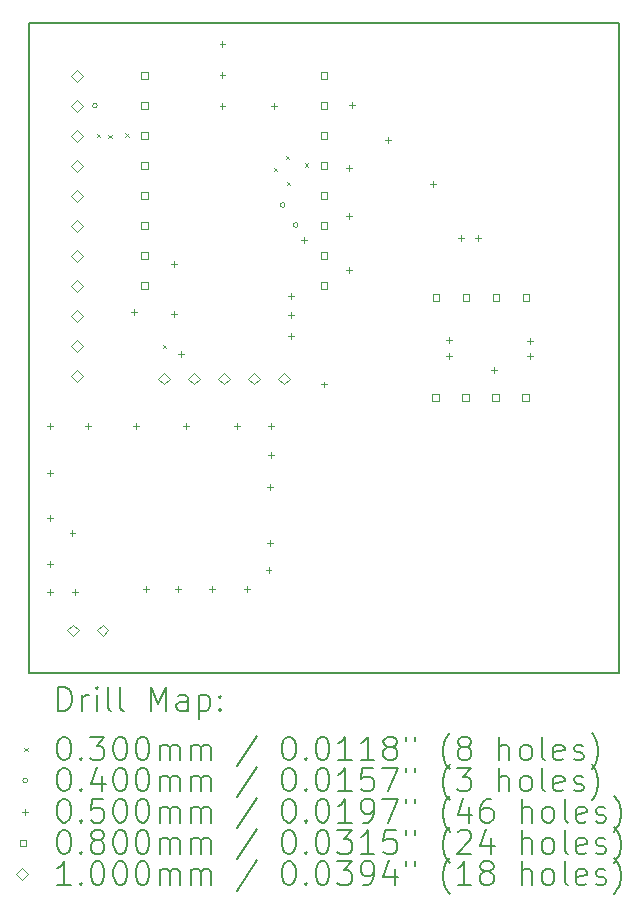
<source format=gbr>
%TF.GenerationSoftware,KiCad,Pcbnew,9.0.7*%
%TF.CreationDate,2026-02-24T20:16:30+00:00*%
%TF.ProjectId,AD5M,4144354d-2e6b-4696-9361-645f70636258,rev?*%
%TF.SameCoordinates,Original*%
%TF.FileFunction,Drillmap*%
%TF.FilePolarity,Positive*%
%FSLAX45Y45*%
G04 Gerber Fmt 4.5, Leading zero omitted, Abs format (unit mm)*
G04 Created by KiCad (PCBNEW 9.0.7) date 2026-02-24 20:16:30*
%MOMM*%
%LPD*%
G01*
G04 APERTURE LIST*
%ADD10C,0.200000*%
%ADD11C,0.100000*%
G04 APERTURE END LIST*
D10*
X14895000Y-4225000D02*
X19895000Y-4225000D01*
X19895000Y-9725000D01*
X14895000Y-9725000D01*
X14895000Y-4225000D01*
D11*
X15470000Y-5160000D02*
X15500000Y-5190000D01*
X15500000Y-5160000D02*
X15470000Y-5190000D01*
X15570000Y-5170000D02*
X15600000Y-5200000D01*
X15600000Y-5170000D02*
X15570000Y-5200000D01*
X15710000Y-5159000D02*
X15740000Y-5189000D01*
X15740000Y-5159000D02*
X15710000Y-5189000D01*
X16030000Y-6950000D02*
X16060000Y-6980000D01*
X16060000Y-6950000D02*
X16030000Y-6980000D01*
X16970000Y-5450000D02*
X17000000Y-5480000D01*
X17000000Y-5450000D02*
X16970000Y-5480000D01*
X17070000Y-5350000D02*
X17100000Y-5380000D01*
X17100000Y-5350000D02*
X17070000Y-5380000D01*
X17080000Y-5570000D02*
X17110000Y-5600000D01*
X17110000Y-5570000D02*
X17080000Y-5600000D01*
X17230000Y-5410000D02*
X17260000Y-5440000D01*
X17260000Y-5410000D02*
X17230000Y-5440000D01*
X15475000Y-4925000D02*
G75*
G02*
X15435000Y-4925000I-20000J0D01*
G01*
X15435000Y-4925000D02*
G75*
G02*
X15475000Y-4925000I20000J0D01*
G01*
X17065000Y-5765000D02*
G75*
G02*
X17025000Y-5765000I-20000J0D01*
G01*
X17025000Y-5765000D02*
G75*
G02*
X17065000Y-5765000I20000J0D01*
G01*
X17175000Y-5935000D02*
G75*
G02*
X17135000Y-5935000I-20000J0D01*
G01*
X17135000Y-5935000D02*
G75*
G02*
X17175000Y-5935000I20000J0D01*
G01*
X15075000Y-7610000D02*
X15075000Y-7660000D01*
X15050000Y-7635000D02*
X15100000Y-7635000D01*
X15075000Y-8010000D02*
X15075000Y-8060000D01*
X15050000Y-8035000D02*
X15100000Y-8035000D01*
X15075000Y-8390000D02*
X15075000Y-8440000D01*
X15050000Y-8415000D02*
X15100000Y-8415000D01*
X15075000Y-8780000D02*
X15075000Y-8830000D01*
X15050000Y-8805000D02*
X15100000Y-8805000D01*
X15075000Y-9020000D02*
X15075000Y-9070000D01*
X15050000Y-9045000D02*
X15100000Y-9045000D01*
X15265000Y-8520000D02*
X15265000Y-8570000D01*
X15240000Y-8545000D02*
X15290000Y-8545000D01*
X15285000Y-9020000D02*
X15285000Y-9070000D01*
X15260000Y-9045000D02*
X15310000Y-9045000D01*
X15395000Y-7610000D02*
X15395000Y-7660000D01*
X15370000Y-7635000D02*
X15420000Y-7635000D01*
X15785000Y-6650000D02*
X15785000Y-6700000D01*
X15760000Y-6675000D02*
X15810000Y-6675000D01*
X15805000Y-7610000D02*
X15805000Y-7660000D01*
X15780000Y-7635000D02*
X15830000Y-7635000D01*
X15885000Y-8990000D02*
X15885000Y-9040000D01*
X15860000Y-9015000D02*
X15910000Y-9015000D01*
X16125000Y-6240000D02*
X16125000Y-6290000D01*
X16100000Y-6265000D02*
X16150000Y-6265000D01*
X16125000Y-6660000D02*
X16125000Y-6710000D01*
X16100000Y-6685000D02*
X16150000Y-6685000D01*
X16155000Y-8990000D02*
X16155000Y-9040000D01*
X16130000Y-9015000D02*
X16180000Y-9015000D01*
X16185000Y-7000000D02*
X16185000Y-7050000D01*
X16160000Y-7025000D02*
X16210000Y-7025000D01*
X16225000Y-7610000D02*
X16225000Y-7660000D01*
X16200000Y-7635000D02*
X16250000Y-7635000D01*
X16445000Y-8990000D02*
X16445000Y-9040000D01*
X16420000Y-9015000D02*
X16470000Y-9015000D01*
X16535000Y-4380000D02*
X16535000Y-4430000D01*
X16510000Y-4405000D02*
X16560000Y-4405000D01*
X16535000Y-4640000D02*
X16535000Y-4690000D01*
X16510000Y-4665000D02*
X16560000Y-4665000D01*
X16535000Y-4900000D02*
X16535000Y-4950000D01*
X16510000Y-4925000D02*
X16560000Y-4925000D01*
X16655000Y-7610000D02*
X16655000Y-7660000D01*
X16630000Y-7635000D02*
X16680000Y-7635000D01*
X16745000Y-8990000D02*
X16745000Y-9040000D01*
X16720000Y-9015000D02*
X16770000Y-9015000D01*
X16925000Y-8830000D02*
X16925000Y-8880000D01*
X16900000Y-8855000D02*
X16950000Y-8855000D01*
X16935000Y-8130000D02*
X16935000Y-8180000D01*
X16910000Y-8155000D02*
X16960000Y-8155000D01*
X16935000Y-8600000D02*
X16935000Y-8650000D01*
X16910000Y-8625000D02*
X16960000Y-8625000D01*
X16945000Y-7610000D02*
X16945000Y-7660000D01*
X16920000Y-7635000D02*
X16970000Y-7635000D01*
X16945000Y-7860000D02*
X16945000Y-7910000D01*
X16920000Y-7885000D02*
X16970000Y-7885000D01*
X16975000Y-4900000D02*
X16975000Y-4950000D01*
X16950000Y-4925000D02*
X17000000Y-4925000D01*
X17115000Y-6510000D02*
X17115000Y-6560000D01*
X17090000Y-6535000D02*
X17140000Y-6535000D01*
X17115000Y-6670000D02*
X17115000Y-6720000D01*
X17090000Y-6695000D02*
X17140000Y-6695000D01*
X17115000Y-6850000D02*
X17115000Y-6900000D01*
X17090000Y-6875000D02*
X17140000Y-6875000D01*
X17225000Y-6040000D02*
X17225000Y-6090000D01*
X17200000Y-6065000D02*
X17250000Y-6065000D01*
X17395000Y-7260000D02*
X17395000Y-7310000D01*
X17370000Y-7285000D02*
X17420000Y-7285000D01*
X17605000Y-5430000D02*
X17605000Y-5480000D01*
X17580000Y-5455000D02*
X17630000Y-5455000D01*
X17605000Y-5830000D02*
X17605000Y-5880000D01*
X17580000Y-5855000D02*
X17630000Y-5855000D01*
X17605000Y-6290000D02*
X17605000Y-6340000D01*
X17580000Y-6315000D02*
X17630000Y-6315000D01*
X17635000Y-4890000D02*
X17635000Y-4940000D01*
X17610000Y-4915000D02*
X17660000Y-4915000D01*
X17935000Y-5190000D02*
X17935000Y-5240000D01*
X17910000Y-5215000D02*
X17960000Y-5215000D01*
X18315000Y-5560000D02*
X18315000Y-5610000D01*
X18290000Y-5585000D02*
X18340000Y-5585000D01*
X18455000Y-6880000D02*
X18455000Y-6930000D01*
X18430000Y-6905000D02*
X18480000Y-6905000D01*
X18455000Y-7020000D02*
X18455000Y-7070000D01*
X18430000Y-7045000D02*
X18480000Y-7045000D01*
X18555000Y-6020000D02*
X18555000Y-6070000D01*
X18530000Y-6045000D02*
X18580000Y-6045000D01*
X18695000Y-6020000D02*
X18695000Y-6070000D01*
X18670000Y-6045000D02*
X18720000Y-6045000D01*
X18835000Y-7140000D02*
X18835000Y-7190000D01*
X18810000Y-7165000D02*
X18860000Y-7165000D01*
X19135000Y-6890000D02*
X19135000Y-6940000D01*
X19110000Y-6915000D02*
X19160000Y-6915000D01*
X19135000Y-7020000D02*
X19135000Y-7070000D01*
X19110000Y-7045000D02*
X19160000Y-7045000D01*
X15903284Y-4694285D02*
X15903284Y-4637716D01*
X15846715Y-4637716D01*
X15846715Y-4694285D01*
X15903284Y-4694285D01*
X15903284Y-4948285D02*
X15903284Y-4891716D01*
X15846715Y-4891716D01*
X15846715Y-4948285D01*
X15903284Y-4948285D01*
X15903284Y-5202285D02*
X15903284Y-5145716D01*
X15846715Y-5145716D01*
X15846715Y-5202285D01*
X15903284Y-5202285D01*
X15903284Y-5456285D02*
X15903284Y-5399716D01*
X15846715Y-5399716D01*
X15846715Y-5456285D01*
X15903284Y-5456285D01*
X15903284Y-5710284D02*
X15903284Y-5653715D01*
X15846715Y-5653715D01*
X15846715Y-5710284D01*
X15903284Y-5710284D01*
X15903284Y-5964284D02*
X15903284Y-5907715D01*
X15846715Y-5907715D01*
X15846715Y-5964284D01*
X15903284Y-5964284D01*
X15903284Y-6218284D02*
X15903284Y-6161715D01*
X15846715Y-6161715D01*
X15846715Y-6218284D01*
X15903284Y-6218284D01*
X15903284Y-6472284D02*
X15903284Y-6415715D01*
X15846715Y-6415715D01*
X15846715Y-6472284D01*
X15903284Y-6472284D01*
X17423285Y-4694285D02*
X17423285Y-4637716D01*
X17366716Y-4637716D01*
X17366716Y-4694285D01*
X17423285Y-4694285D01*
X17423285Y-4948285D02*
X17423285Y-4891716D01*
X17366716Y-4891716D01*
X17366716Y-4948285D01*
X17423285Y-4948285D01*
X17423285Y-5202285D02*
X17423285Y-5145716D01*
X17366716Y-5145716D01*
X17366716Y-5202285D01*
X17423285Y-5202285D01*
X17423285Y-5456285D02*
X17423285Y-5399716D01*
X17366716Y-5399716D01*
X17366716Y-5456285D01*
X17423285Y-5456285D01*
X17423285Y-5710284D02*
X17423285Y-5653715D01*
X17366716Y-5653715D01*
X17366716Y-5710284D01*
X17423285Y-5710284D01*
X17423285Y-5964284D02*
X17423285Y-5907715D01*
X17366716Y-5907715D01*
X17366716Y-5964284D01*
X17423285Y-5964284D01*
X17423285Y-6218284D02*
X17423285Y-6161715D01*
X17366716Y-6161715D01*
X17366716Y-6218284D01*
X17423285Y-6218284D01*
X17423285Y-6472284D02*
X17423285Y-6415715D01*
X17366716Y-6415715D01*
X17366716Y-6472284D01*
X17423285Y-6472284D01*
X18365285Y-7423284D02*
X18365285Y-7366715D01*
X18308716Y-7366715D01*
X18308716Y-7423284D01*
X18365285Y-7423284D01*
X18371285Y-6578284D02*
X18371285Y-6521715D01*
X18314716Y-6521715D01*
X18314716Y-6578284D01*
X18371285Y-6578284D01*
X18619285Y-7423284D02*
X18619285Y-7366715D01*
X18562716Y-7366715D01*
X18562716Y-7423284D01*
X18619285Y-7423284D01*
X18625285Y-6578284D02*
X18625285Y-6521715D01*
X18568716Y-6521715D01*
X18568716Y-6578284D01*
X18625285Y-6578284D01*
X18873285Y-7423284D02*
X18873285Y-7366715D01*
X18816716Y-7366715D01*
X18816716Y-7423284D01*
X18873285Y-7423284D01*
X18879285Y-6578284D02*
X18879285Y-6521715D01*
X18822716Y-6521715D01*
X18822716Y-6578284D01*
X18879285Y-6578284D01*
X19127285Y-7423284D02*
X19127285Y-7366715D01*
X19070716Y-7366715D01*
X19070716Y-7423284D01*
X19127285Y-7423284D01*
X19133285Y-6578284D02*
X19133285Y-6521715D01*
X19076716Y-6521715D01*
X19076716Y-6578284D01*
X19133285Y-6578284D01*
X15270000Y-9417500D02*
X15320000Y-9367500D01*
X15270000Y-9317500D01*
X15220000Y-9367500D01*
X15270000Y-9417500D01*
X15305000Y-4721000D02*
X15355000Y-4671000D01*
X15305000Y-4621000D01*
X15255000Y-4671000D01*
X15305000Y-4721000D01*
X15305000Y-4975000D02*
X15355000Y-4925000D01*
X15305000Y-4875000D01*
X15255000Y-4925000D01*
X15305000Y-4975000D01*
X15305000Y-5229000D02*
X15355000Y-5179000D01*
X15305000Y-5129000D01*
X15255000Y-5179000D01*
X15305000Y-5229000D01*
X15305000Y-5483000D02*
X15355000Y-5433000D01*
X15305000Y-5383000D01*
X15255000Y-5433000D01*
X15305000Y-5483000D01*
X15305000Y-5737000D02*
X15355000Y-5687000D01*
X15305000Y-5637000D01*
X15255000Y-5687000D01*
X15305000Y-5737000D01*
X15305000Y-5991000D02*
X15355000Y-5941000D01*
X15305000Y-5891000D01*
X15255000Y-5941000D01*
X15305000Y-5991000D01*
X15305000Y-6245000D02*
X15355000Y-6195000D01*
X15305000Y-6145000D01*
X15255000Y-6195000D01*
X15305000Y-6245000D01*
X15305000Y-6499000D02*
X15355000Y-6449000D01*
X15305000Y-6399000D01*
X15255000Y-6449000D01*
X15305000Y-6499000D01*
X15305000Y-6753000D02*
X15355000Y-6703000D01*
X15305000Y-6653000D01*
X15255000Y-6703000D01*
X15305000Y-6753000D01*
X15305000Y-7007000D02*
X15355000Y-6957000D01*
X15305000Y-6907000D01*
X15255000Y-6957000D01*
X15305000Y-7007000D01*
X15305000Y-7261000D02*
X15355000Y-7211000D01*
X15305000Y-7161000D01*
X15255000Y-7211000D01*
X15305000Y-7261000D01*
X15520000Y-9417500D02*
X15570000Y-9367500D01*
X15520000Y-9317500D01*
X15470000Y-9367500D01*
X15520000Y-9417500D01*
X16043000Y-7285000D02*
X16093000Y-7235000D01*
X16043000Y-7185000D01*
X15993000Y-7235000D01*
X16043000Y-7285000D01*
X16297000Y-7285000D02*
X16347000Y-7235000D01*
X16297000Y-7185000D01*
X16247000Y-7235000D01*
X16297000Y-7285000D01*
X16551000Y-7285000D02*
X16601000Y-7235000D01*
X16551000Y-7185000D01*
X16501000Y-7235000D01*
X16551000Y-7285000D01*
X16805000Y-7285000D02*
X16855000Y-7235000D01*
X16805000Y-7185000D01*
X16755000Y-7235000D01*
X16805000Y-7285000D01*
X17059000Y-7285000D02*
X17109000Y-7235000D01*
X17059000Y-7185000D01*
X17009000Y-7235000D01*
X17059000Y-7285000D01*
D10*
X15145777Y-10046484D02*
X15145777Y-9846484D01*
X15145777Y-9846484D02*
X15193396Y-9846484D01*
X15193396Y-9846484D02*
X15221967Y-9856008D01*
X15221967Y-9856008D02*
X15241015Y-9875055D01*
X15241015Y-9875055D02*
X15250539Y-9894103D01*
X15250539Y-9894103D02*
X15260062Y-9932198D01*
X15260062Y-9932198D02*
X15260062Y-9960770D01*
X15260062Y-9960770D02*
X15250539Y-9998865D01*
X15250539Y-9998865D02*
X15241015Y-10017912D01*
X15241015Y-10017912D02*
X15221967Y-10036960D01*
X15221967Y-10036960D02*
X15193396Y-10046484D01*
X15193396Y-10046484D02*
X15145777Y-10046484D01*
X15345777Y-10046484D02*
X15345777Y-9913150D01*
X15345777Y-9951246D02*
X15355301Y-9932198D01*
X15355301Y-9932198D02*
X15364824Y-9922674D01*
X15364824Y-9922674D02*
X15383872Y-9913150D01*
X15383872Y-9913150D02*
X15402920Y-9913150D01*
X15469586Y-10046484D02*
X15469586Y-9913150D01*
X15469586Y-9846484D02*
X15460062Y-9856008D01*
X15460062Y-9856008D02*
X15469586Y-9865531D01*
X15469586Y-9865531D02*
X15479110Y-9856008D01*
X15479110Y-9856008D02*
X15469586Y-9846484D01*
X15469586Y-9846484D02*
X15469586Y-9865531D01*
X15593396Y-10046484D02*
X15574348Y-10036960D01*
X15574348Y-10036960D02*
X15564824Y-10017912D01*
X15564824Y-10017912D02*
X15564824Y-9846484D01*
X15698158Y-10046484D02*
X15679110Y-10036960D01*
X15679110Y-10036960D02*
X15669586Y-10017912D01*
X15669586Y-10017912D02*
X15669586Y-9846484D01*
X15926729Y-10046484D02*
X15926729Y-9846484D01*
X15926729Y-9846484D02*
X15993396Y-9989341D01*
X15993396Y-9989341D02*
X16060062Y-9846484D01*
X16060062Y-9846484D02*
X16060062Y-10046484D01*
X16241015Y-10046484D02*
X16241015Y-9941722D01*
X16241015Y-9941722D02*
X16231491Y-9922674D01*
X16231491Y-9922674D02*
X16212443Y-9913150D01*
X16212443Y-9913150D02*
X16174348Y-9913150D01*
X16174348Y-9913150D02*
X16155301Y-9922674D01*
X16241015Y-10036960D02*
X16221967Y-10046484D01*
X16221967Y-10046484D02*
X16174348Y-10046484D01*
X16174348Y-10046484D02*
X16155301Y-10036960D01*
X16155301Y-10036960D02*
X16145777Y-10017912D01*
X16145777Y-10017912D02*
X16145777Y-9998865D01*
X16145777Y-9998865D02*
X16155301Y-9979817D01*
X16155301Y-9979817D02*
X16174348Y-9970293D01*
X16174348Y-9970293D02*
X16221967Y-9970293D01*
X16221967Y-9970293D02*
X16241015Y-9960770D01*
X16336253Y-9913150D02*
X16336253Y-10113150D01*
X16336253Y-9922674D02*
X16355301Y-9913150D01*
X16355301Y-9913150D02*
X16393396Y-9913150D01*
X16393396Y-9913150D02*
X16412443Y-9922674D01*
X16412443Y-9922674D02*
X16421967Y-9932198D01*
X16421967Y-9932198D02*
X16431491Y-9951246D01*
X16431491Y-9951246D02*
X16431491Y-10008389D01*
X16431491Y-10008389D02*
X16421967Y-10027436D01*
X16421967Y-10027436D02*
X16412443Y-10036960D01*
X16412443Y-10036960D02*
X16393396Y-10046484D01*
X16393396Y-10046484D02*
X16355301Y-10046484D01*
X16355301Y-10046484D02*
X16336253Y-10036960D01*
X16517205Y-10027436D02*
X16526729Y-10036960D01*
X16526729Y-10036960D02*
X16517205Y-10046484D01*
X16517205Y-10046484D02*
X16507682Y-10036960D01*
X16507682Y-10036960D02*
X16517205Y-10027436D01*
X16517205Y-10027436D02*
X16517205Y-10046484D01*
X16517205Y-9922674D02*
X16526729Y-9932198D01*
X16526729Y-9932198D02*
X16517205Y-9941722D01*
X16517205Y-9941722D02*
X16507682Y-9932198D01*
X16507682Y-9932198D02*
X16517205Y-9922674D01*
X16517205Y-9922674D02*
X16517205Y-9941722D01*
D11*
X14855000Y-10360000D02*
X14885000Y-10390000D01*
X14885000Y-10360000D02*
X14855000Y-10390000D01*
D10*
X15183872Y-10266484D02*
X15202920Y-10266484D01*
X15202920Y-10266484D02*
X15221967Y-10276008D01*
X15221967Y-10276008D02*
X15231491Y-10285531D01*
X15231491Y-10285531D02*
X15241015Y-10304579D01*
X15241015Y-10304579D02*
X15250539Y-10342674D01*
X15250539Y-10342674D02*
X15250539Y-10390293D01*
X15250539Y-10390293D02*
X15241015Y-10428389D01*
X15241015Y-10428389D02*
X15231491Y-10447436D01*
X15231491Y-10447436D02*
X15221967Y-10456960D01*
X15221967Y-10456960D02*
X15202920Y-10466484D01*
X15202920Y-10466484D02*
X15183872Y-10466484D01*
X15183872Y-10466484D02*
X15164824Y-10456960D01*
X15164824Y-10456960D02*
X15155301Y-10447436D01*
X15155301Y-10447436D02*
X15145777Y-10428389D01*
X15145777Y-10428389D02*
X15136253Y-10390293D01*
X15136253Y-10390293D02*
X15136253Y-10342674D01*
X15136253Y-10342674D02*
X15145777Y-10304579D01*
X15145777Y-10304579D02*
X15155301Y-10285531D01*
X15155301Y-10285531D02*
X15164824Y-10276008D01*
X15164824Y-10276008D02*
X15183872Y-10266484D01*
X15336253Y-10447436D02*
X15345777Y-10456960D01*
X15345777Y-10456960D02*
X15336253Y-10466484D01*
X15336253Y-10466484D02*
X15326729Y-10456960D01*
X15326729Y-10456960D02*
X15336253Y-10447436D01*
X15336253Y-10447436D02*
X15336253Y-10466484D01*
X15412443Y-10266484D02*
X15536253Y-10266484D01*
X15536253Y-10266484D02*
X15469586Y-10342674D01*
X15469586Y-10342674D02*
X15498158Y-10342674D01*
X15498158Y-10342674D02*
X15517205Y-10352198D01*
X15517205Y-10352198D02*
X15526729Y-10361722D01*
X15526729Y-10361722D02*
X15536253Y-10380770D01*
X15536253Y-10380770D02*
X15536253Y-10428389D01*
X15536253Y-10428389D02*
X15526729Y-10447436D01*
X15526729Y-10447436D02*
X15517205Y-10456960D01*
X15517205Y-10456960D02*
X15498158Y-10466484D01*
X15498158Y-10466484D02*
X15441015Y-10466484D01*
X15441015Y-10466484D02*
X15421967Y-10456960D01*
X15421967Y-10456960D02*
X15412443Y-10447436D01*
X15660062Y-10266484D02*
X15679110Y-10266484D01*
X15679110Y-10266484D02*
X15698158Y-10276008D01*
X15698158Y-10276008D02*
X15707682Y-10285531D01*
X15707682Y-10285531D02*
X15717205Y-10304579D01*
X15717205Y-10304579D02*
X15726729Y-10342674D01*
X15726729Y-10342674D02*
X15726729Y-10390293D01*
X15726729Y-10390293D02*
X15717205Y-10428389D01*
X15717205Y-10428389D02*
X15707682Y-10447436D01*
X15707682Y-10447436D02*
X15698158Y-10456960D01*
X15698158Y-10456960D02*
X15679110Y-10466484D01*
X15679110Y-10466484D02*
X15660062Y-10466484D01*
X15660062Y-10466484D02*
X15641015Y-10456960D01*
X15641015Y-10456960D02*
X15631491Y-10447436D01*
X15631491Y-10447436D02*
X15621967Y-10428389D01*
X15621967Y-10428389D02*
X15612443Y-10390293D01*
X15612443Y-10390293D02*
X15612443Y-10342674D01*
X15612443Y-10342674D02*
X15621967Y-10304579D01*
X15621967Y-10304579D02*
X15631491Y-10285531D01*
X15631491Y-10285531D02*
X15641015Y-10276008D01*
X15641015Y-10276008D02*
X15660062Y-10266484D01*
X15850539Y-10266484D02*
X15869586Y-10266484D01*
X15869586Y-10266484D02*
X15888634Y-10276008D01*
X15888634Y-10276008D02*
X15898158Y-10285531D01*
X15898158Y-10285531D02*
X15907682Y-10304579D01*
X15907682Y-10304579D02*
X15917205Y-10342674D01*
X15917205Y-10342674D02*
X15917205Y-10390293D01*
X15917205Y-10390293D02*
X15907682Y-10428389D01*
X15907682Y-10428389D02*
X15898158Y-10447436D01*
X15898158Y-10447436D02*
X15888634Y-10456960D01*
X15888634Y-10456960D02*
X15869586Y-10466484D01*
X15869586Y-10466484D02*
X15850539Y-10466484D01*
X15850539Y-10466484D02*
X15831491Y-10456960D01*
X15831491Y-10456960D02*
X15821967Y-10447436D01*
X15821967Y-10447436D02*
X15812443Y-10428389D01*
X15812443Y-10428389D02*
X15802920Y-10390293D01*
X15802920Y-10390293D02*
X15802920Y-10342674D01*
X15802920Y-10342674D02*
X15812443Y-10304579D01*
X15812443Y-10304579D02*
X15821967Y-10285531D01*
X15821967Y-10285531D02*
X15831491Y-10276008D01*
X15831491Y-10276008D02*
X15850539Y-10266484D01*
X16002920Y-10466484D02*
X16002920Y-10333150D01*
X16002920Y-10352198D02*
X16012443Y-10342674D01*
X16012443Y-10342674D02*
X16031491Y-10333150D01*
X16031491Y-10333150D02*
X16060063Y-10333150D01*
X16060063Y-10333150D02*
X16079110Y-10342674D01*
X16079110Y-10342674D02*
X16088634Y-10361722D01*
X16088634Y-10361722D02*
X16088634Y-10466484D01*
X16088634Y-10361722D02*
X16098158Y-10342674D01*
X16098158Y-10342674D02*
X16117205Y-10333150D01*
X16117205Y-10333150D02*
X16145777Y-10333150D01*
X16145777Y-10333150D02*
X16164824Y-10342674D01*
X16164824Y-10342674D02*
X16174348Y-10361722D01*
X16174348Y-10361722D02*
X16174348Y-10466484D01*
X16269586Y-10466484D02*
X16269586Y-10333150D01*
X16269586Y-10352198D02*
X16279110Y-10342674D01*
X16279110Y-10342674D02*
X16298158Y-10333150D01*
X16298158Y-10333150D02*
X16326729Y-10333150D01*
X16326729Y-10333150D02*
X16345777Y-10342674D01*
X16345777Y-10342674D02*
X16355301Y-10361722D01*
X16355301Y-10361722D02*
X16355301Y-10466484D01*
X16355301Y-10361722D02*
X16364824Y-10342674D01*
X16364824Y-10342674D02*
X16383872Y-10333150D01*
X16383872Y-10333150D02*
X16412443Y-10333150D01*
X16412443Y-10333150D02*
X16431491Y-10342674D01*
X16431491Y-10342674D02*
X16441015Y-10361722D01*
X16441015Y-10361722D02*
X16441015Y-10466484D01*
X16831491Y-10256960D02*
X16660063Y-10514103D01*
X17088634Y-10266484D02*
X17107682Y-10266484D01*
X17107682Y-10266484D02*
X17126729Y-10276008D01*
X17126729Y-10276008D02*
X17136253Y-10285531D01*
X17136253Y-10285531D02*
X17145777Y-10304579D01*
X17145777Y-10304579D02*
X17155301Y-10342674D01*
X17155301Y-10342674D02*
X17155301Y-10390293D01*
X17155301Y-10390293D02*
X17145777Y-10428389D01*
X17145777Y-10428389D02*
X17136253Y-10447436D01*
X17136253Y-10447436D02*
X17126729Y-10456960D01*
X17126729Y-10456960D02*
X17107682Y-10466484D01*
X17107682Y-10466484D02*
X17088634Y-10466484D01*
X17088634Y-10466484D02*
X17069587Y-10456960D01*
X17069587Y-10456960D02*
X17060063Y-10447436D01*
X17060063Y-10447436D02*
X17050539Y-10428389D01*
X17050539Y-10428389D02*
X17041015Y-10390293D01*
X17041015Y-10390293D02*
X17041015Y-10342674D01*
X17041015Y-10342674D02*
X17050539Y-10304579D01*
X17050539Y-10304579D02*
X17060063Y-10285531D01*
X17060063Y-10285531D02*
X17069587Y-10276008D01*
X17069587Y-10276008D02*
X17088634Y-10266484D01*
X17241015Y-10447436D02*
X17250539Y-10456960D01*
X17250539Y-10456960D02*
X17241015Y-10466484D01*
X17241015Y-10466484D02*
X17231491Y-10456960D01*
X17231491Y-10456960D02*
X17241015Y-10447436D01*
X17241015Y-10447436D02*
X17241015Y-10466484D01*
X17374348Y-10266484D02*
X17393396Y-10266484D01*
X17393396Y-10266484D02*
X17412444Y-10276008D01*
X17412444Y-10276008D02*
X17421968Y-10285531D01*
X17421968Y-10285531D02*
X17431491Y-10304579D01*
X17431491Y-10304579D02*
X17441015Y-10342674D01*
X17441015Y-10342674D02*
X17441015Y-10390293D01*
X17441015Y-10390293D02*
X17431491Y-10428389D01*
X17431491Y-10428389D02*
X17421968Y-10447436D01*
X17421968Y-10447436D02*
X17412444Y-10456960D01*
X17412444Y-10456960D02*
X17393396Y-10466484D01*
X17393396Y-10466484D02*
X17374348Y-10466484D01*
X17374348Y-10466484D02*
X17355301Y-10456960D01*
X17355301Y-10456960D02*
X17345777Y-10447436D01*
X17345777Y-10447436D02*
X17336253Y-10428389D01*
X17336253Y-10428389D02*
X17326729Y-10390293D01*
X17326729Y-10390293D02*
X17326729Y-10342674D01*
X17326729Y-10342674D02*
X17336253Y-10304579D01*
X17336253Y-10304579D02*
X17345777Y-10285531D01*
X17345777Y-10285531D02*
X17355301Y-10276008D01*
X17355301Y-10276008D02*
X17374348Y-10266484D01*
X17631491Y-10466484D02*
X17517206Y-10466484D01*
X17574348Y-10466484D02*
X17574348Y-10266484D01*
X17574348Y-10266484D02*
X17555301Y-10295055D01*
X17555301Y-10295055D02*
X17536253Y-10314103D01*
X17536253Y-10314103D02*
X17517206Y-10323627D01*
X17821968Y-10466484D02*
X17707682Y-10466484D01*
X17764825Y-10466484D02*
X17764825Y-10266484D01*
X17764825Y-10266484D02*
X17745777Y-10295055D01*
X17745777Y-10295055D02*
X17726729Y-10314103D01*
X17726729Y-10314103D02*
X17707682Y-10323627D01*
X17936253Y-10352198D02*
X17917206Y-10342674D01*
X17917206Y-10342674D02*
X17907682Y-10333150D01*
X17907682Y-10333150D02*
X17898158Y-10314103D01*
X17898158Y-10314103D02*
X17898158Y-10304579D01*
X17898158Y-10304579D02*
X17907682Y-10285531D01*
X17907682Y-10285531D02*
X17917206Y-10276008D01*
X17917206Y-10276008D02*
X17936253Y-10266484D01*
X17936253Y-10266484D02*
X17974349Y-10266484D01*
X17974349Y-10266484D02*
X17993396Y-10276008D01*
X17993396Y-10276008D02*
X18002920Y-10285531D01*
X18002920Y-10285531D02*
X18012444Y-10304579D01*
X18012444Y-10304579D02*
X18012444Y-10314103D01*
X18012444Y-10314103D02*
X18002920Y-10333150D01*
X18002920Y-10333150D02*
X17993396Y-10342674D01*
X17993396Y-10342674D02*
X17974349Y-10352198D01*
X17974349Y-10352198D02*
X17936253Y-10352198D01*
X17936253Y-10352198D02*
X17917206Y-10361722D01*
X17917206Y-10361722D02*
X17907682Y-10371246D01*
X17907682Y-10371246D02*
X17898158Y-10390293D01*
X17898158Y-10390293D02*
X17898158Y-10428389D01*
X17898158Y-10428389D02*
X17907682Y-10447436D01*
X17907682Y-10447436D02*
X17917206Y-10456960D01*
X17917206Y-10456960D02*
X17936253Y-10466484D01*
X17936253Y-10466484D02*
X17974349Y-10466484D01*
X17974349Y-10466484D02*
X17993396Y-10456960D01*
X17993396Y-10456960D02*
X18002920Y-10447436D01*
X18002920Y-10447436D02*
X18012444Y-10428389D01*
X18012444Y-10428389D02*
X18012444Y-10390293D01*
X18012444Y-10390293D02*
X18002920Y-10371246D01*
X18002920Y-10371246D02*
X17993396Y-10361722D01*
X17993396Y-10361722D02*
X17974349Y-10352198D01*
X18088634Y-10266484D02*
X18088634Y-10304579D01*
X18164825Y-10266484D02*
X18164825Y-10304579D01*
X18460063Y-10542674D02*
X18450539Y-10533150D01*
X18450539Y-10533150D02*
X18431491Y-10504579D01*
X18431491Y-10504579D02*
X18421968Y-10485531D01*
X18421968Y-10485531D02*
X18412444Y-10456960D01*
X18412444Y-10456960D02*
X18402920Y-10409341D01*
X18402920Y-10409341D02*
X18402920Y-10371246D01*
X18402920Y-10371246D02*
X18412444Y-10323627D01*
X18412444Y-10323627D02*
X18421968Y-10295055D01*
X18421968Y-10295055D02*
X18431491Y-10276008D01*
X18431491Y-10276008D02*
X18450539Y-10247436D01*
X18450539Y-10247436D02*
X18460063Y-10237912D01*
X18564825Y-10352198D02*
X18545777Y-10342674D01*
X18545777Y-10342674D02*
X18536253Y-10333150D01*
X18536253Y-10333150D02*
X18526730Y-10314103D01*
X18526730Y-10314103D02*
X18526730Y-10304579D01*
X18526730Y-10304579D02*
X18536253Y-10285531D01*
X18536253Y-10285531D02*
X18545777Y-10276008D01*
X18545777Y-10276008D02*
X18564825Y-10266484D01*
X18564825Y-10266484D02*
X18602920Y-10266484D01*
X18602920Y-10266484D02*
X18621968Y-10276008D01*
X18621968Y-10276008D02*
X18631491Y-10285531D01*
X18631491Y-10285531D02*
X18641015Y-10304579D01*
X18641015Y-10304579D02*
X18641015Y-10314103D01*
X18641015Y-10314103D02*
X18631491Y-10333150D01*
X18631491Y-10333150D02*
X18621968Y-10342674D01*
X18621968Y-10342674D02*
X18602920Y-10352198D01*
X18602920Y-10352198D02*
X18564825Y-10352198D01*
X18564825Y-10352198D02*
X18545777Y-10361722D01*
X18545777Y-10361722D02*
X18536253Y-10371246D01*
X18536253Y-10371246D02*
X18526730Y-10390293D01*
X18526730Y-10390293D02*
X18526730Y-10428389D01*
X18526730Y-10428389D02*
X18536253Y-10447436D01*
X18536253Y-10447436D02*
X18545777Y-10456960D01*
X18545777Y-10456960D02*
X18564825Y-10466484D01*
X18564825Y-10466484D02*
X18602920Y-10466484D01*
X18602920Y-10466484D02*
X18621968Y-10456960D01*
X18621968Y-10456960D02*
X18631491Y-10447436D01*
X18631491Y-10447436D02*
X18641015Y-10428389D01*
X18641015Y-10428389D02*
X18641015Y-10390293D01*
X18641015Y-10390293D02*
X18631491Y-10371246D01*
X18631491Y-10371246D02*
X18621968Y-10361722D01*
X18621968Y-10361722D02*
X18602920Y-10352198D01*
X18879111Y-10466484D02*
X18879111Y-10266484D01*
X18964825Y-10466484D02*
X18964825Y-10361722D01*
X18964825Y-10361722D02*
X18955301Y-10342674D01*
X18955301Y-10342674D02*
X18936253Y-10333150D01*
X18936253Y-10333150D02*
X18907682Y-10333150D01*
X18907682Y-10333150D02*
X18888634Y-10342674D01*
X18888634Y-10342674D02*
X18879111Y-10352198D01*
X19088634Y-10466484D02*
X19069587Y-10456960D01*
X19069587Y-10456960D02*
X19060063Y-10447436D01*
X19060063Y-10447436D02*
X19050539Y-10428389D01*
X19050539Y-10428389D02*
X19050539Y-10371246D01*
X19050539Y-10371246D02*
X19060063Y-10352198D01*
X19060063Y-10352198D02*
X19069587Y-10342674D01*
X19069587Y-10342674D02*
X19088634Y-10333150D01*
X19088634Y-10333150D02*
X19117206Y-10333150D01*
X19117206Y-10333150D02*
X19136253Y-10342674D01*
X19136253Y-10342674D02*
X19145777Y-10352198D01*
X19145777Y-10352198D02*
X19155301Y-10371246D01*
X19155301Y-10371246D02*
X19155301Y-10428389D01*
X19155301Y-10428389D02*
X19145777Y-10447436D01*
X19145777Y-10447436D02*
X19136253Y-10456960D01*
X19136253Y-10456960D02*
X19117206Y-10466484D01*
X19117206Y-10466484D02*
X19088634Y-10466484D01*
X19269587Y-10466484D02*
X19250539Y-10456960D01*
X19250539Y-10456960D02*
X19241015Y-10437912D01*
X19241015Y-10437912D02*
X19241015Y-10266484D01*
X19421968Y-10456960D02*
X19402920Y-10466484D01*
X19402920Y-10466484D02*
X19364825Y-10466484D01*
X19364825Y-10466484D02*
X19345777Y-10456960D01*
X19345777Y-10456960D02*
X19336253Y-10437912D01*
X19336253Y-10437912D02*
X19336253Y-10361722D01*
X19336253Y-10361722D02*
X19345777Y-10342674D01*
X19345777Y-10342674D02*
X19364825Y-10333150D01*
X19364825Y-10333150D02*
X19402920Y-10333150D01*
X19402920Y-10333150D02*
X19421968Y-10342674D01*
X19421968Y-10342674D02*
X19431492Y-10361722D01*
X19431492Y-10361722D02*
X19431492Y-10380770D01*
X19431492Y-10380770D02*
X19336253Y-10399817D01*
X19507682Y-10456960D02*
X19526730Y-10466484D01*
X19526730Y-10466484D02*
X19564825Y-10466484D01*
X19564825Y-10466484D02*
X19583873Y-10456960D01*
X19583873Y-10456960D02*
X19593396Y-10437912D01*
X19593396Y-10437912D02*
X19593396Y-10428389D01*
X19593396Y-10428389D02*
X19583873Y-10409341D01*
X19583873Y-10409341D02*
X19564825Y-10399817D01*
X19564825Y-10399817D02*
X19536253Y-10399817D01*
X19536253Y-10399817D02*
X19517206Y-10390293D01*
X19517206Y-10390293D02*
X19507682Y-10371246D01*
X19507682Y-10371246D02*
X19507682Y-10361722D01*
X19507682Y-10361722D02*
X19517206Y-10342674D01*
X19517206Y-10342674D02*
X19536253Y-10333150D01*
X19536253Y-10333150D02*
X19564825Y-10333150D01*
X19564825Y-10333150D02*
X19583873Y-10342674D01*
X19660063Y-10542674D02*
X19669587Y-10533150D01*
X19669587Y-10533150D02*
X19688634Y-10504579D01*
X19688634Y-10504579D02*
X19698158Y-10485531D01*
X19698158Y-10485531D02*
X19707682Y-10456960D01*
X19707682Y-10456960D02*
X19717206Y-10409341D01*
X19717206Y-10409341D02*
X19717206Y-10371246D01*
X19717206Y-10371246D02*
X19707682Y-10323627D01*
X19707682Y-10323627D02*
X19698158Y-10295055D01*
X19698158Y-10295055D02*
X19688634Y-10276008D01*
X19688634Y-10276008D02*
X19669587Y-10247436D01*
X19669587Y-10247436D02*
X19660063Y-10237912D01*
D11*
X14885000Y-10639000D02*
G75*
G02*
X14845000Y-10639000I-20000J0D01*
G01*
X14845000Y-10639000D02*
G75*
G02*
X14885000Y-10639000I20000J0D01*
G01*
D10*
X15183872Y-10530484D02*
X15202920Y-10530484D01*
X15202920Y-10530484D02*
X15221967Y-10540008D01*
X15221967Y-10540008D02*
X15231491Y-10549531D01*
X15231491Y-10549531D02*
X15241015Y-10568579D01*
X15241015Y-10568579D02*
X15250539Y-10606674D01*
X15250539Y-10606674D02*
X15250539Y-10654293D01*
X15250539Y-10654293D02*
X15241015Y-10692389D01*
X15241015Y-10692389D02*
X15231491Y-10711436D01*
X15231491Y-10711436D02*
X15221967Y-10720960D01*
X15221967Y-10720960D02*
X15202920Y-10730484D01*
X15202920Y-10730484D02*
X15183872Y-10730484D01*
X15183872Y-10730484D02*
X15164824Y-10720960D01*
X15164824Y-10720960D02*
X15155301Y-10711436D01*
X15155301Y-10711436D02*
X15145777Y-10692389D01*
X15145777Y-10692389D02*
X15136253Y-10654293D01*
X15136253Y-10654293D02*
X15136253Y-10606674D01*
X15136253Y-10606674D02*
X15145777Y-10568579D01*
X15145777Y-10568579D02*
X15155301Y-10549531D01*
X15155301Y-10549531D02*
X15164824Y-10540008D01*
X15164824Y-10540008D02*
X15183872Y-10530484D01*
X15336253Y-10711436D02*
X15345777Y-10720960D01*
X15345777Y-10720960D02*
X15336253Y-10730484D01*
X15336253Y-10730484D02*
X15326729Y-10720960D01*
X15326729Y-10720960D02*
X15336253Y-10711436D01*
X15336253Y-10711436D02*
X15336253Y-10730484D01*
X15517205Y-10597150D02*
X15517205Y-10730484D01*
X15469586Y-10520960D02*
X15421967Y-10663817D01*
X15421967Y-10663817D02*
X15545777Y-10663817D01*
X15660062Y-10530484D02*
X15679110Y-10530484D01*
X15679110Y-10530484D02*
X15698158Y-10540008D01*
X15698158Y-10540008D02*
X15707682Y-10549531D01*
X15707682Y-10549531D02*
X15717205Y-10568579D01*
X15717205Y-10568579D02*
X15726729Y-10606674D01*
X15726729Y-10606674D02*
X15726729Y-10654293D01*
X15726729Y-10654293D02*
X15717205Y-10692389D01*
X15717205Y-10692389D02*
X15707682Y-10711436D01*
X15707682Y-10711436D02*
X15698158Y-10720960D01*
X15698158Y-10720960D02*
X15679110Y-10730484D01*
X15679110Y-10730484D02*
X15660062Y-10730484D01*
X15660062Y-10730484D02*
X15641015Y-10720960D01*
X15641015Y-10720960D02*
X15631491Y-10711436D01*
X15631491Y-10711436D02*
X15621967Y-10692389D01*
X15621967Y-10692389D02*
X15612443Y-10654293D01*
X15612443Y-10654293D02*
X15612443Y-10606674D01*
X15612443Y-10606674D02*
X15621967Y-10568579D01*
X15621967Y-10568579D02*
X15631491Y-10549531D01*
X15631491Y-10549531D02*
X15641015Y-10540008D01*
X15641015Y-10540008D02*
X15660062Y-10530484D01*
X15850539Y-10530484D02*
X15869586Y-10530484D01*
X15869586Y-10530484D02*
X15888634Y-10540008D01*
X15888634Y-10540008D02*
X15898158Y-10549531D01*
X15898158Y-10549531D02*
X15907682Y-10568579D01*
X15907682Y-10568579D02*
X15917205Y-10606674D01*
X15917205Y-10606674D02*
X15917205Y-10654293D01*
X15917205Y-10654293D02*
X15907682Y-10692389D01*
X15907682Y-10692389D02*
X15898158Y-10711436D01*
X15898158Y-10711436D02*
X15888634Y-10720960D01*
X15888634Y-10720960D02*
X15869586Y-10730484D01*
X15869586Y-10730484D02*
X15850539Y-10730484D01*
X15850539Y-10730484D02*
X15831491Y-10720960D01*
X15831491Y-10720960D02*
X15821967Y-10711436D01*
X15821967Y-10711436D02*
X15812443Y-10692389D01*
X15812443Y-10692389D02*
X15802920Y-10654293D01*
X15802920Y-10654293D02*
X15802920Y-10606674D01*
X15802920Y-10606674D02*
X15812443Y-10568579D01*
X15812443Y-10568579D02*
X15821967Y-10549531D01*
X15821967Y-10549531D02*
X15831491Y-10540008D01*
X15831491Y-10540008D02*
X15850539Y-10530484D01*
X16002920Y-10730484D02*
X16002920Y-10597150D01*
X16002920Y-10616198D02*
X16012443Y-10606674D01*
X16012443Y-10606674D02*
X16031491Y-10597150D01*
X16031491Y-10597150D02*
X16060063Y-10597150D01*
X16060063Y-10597150D02*
X16079110Y-10606674D01*
X16079110Y-10606674D02*
X16088634Y-10625722D01*
X16088634Y-10625722D02*
X16088634Y-10730484D01*
X16088634Y-10625722D02*
X16098158Y-10606674D01*
X16098158Y-10606674D02*
X16117205Y-10597150D01*
X16117205Y-10597150D02*
X16145777Y-10597150D01*
X16145777Y-10597150D02*
X16164824Y-10606674D01*
X16164824Y-10606674D02*
X16174348Y-10625722D01*
X16174348Y-10625722D02*
X16174348Y-10730484D01*
X16269586Y-10730484D02*
X16269586Y-10597150D01*
X16269586Y-10616198D02*
X16279110Y-10606674D01*
X16279110Y-10606674D02*
X16298158Y-10597150D01*
X16298158Y-10597150D02*
X16326729Y-10597150D01*
X16326729Y-10597150D02*
X16345777Y-10606674D01*
X16345777Y-10606674D02*
X16355301Y-10625722D01*
X16355301Y-10625722D02*
X16355301Y-10730484D01*
X16355301Y-10625722D02*
X16364824Y-10606674D01*
X16364824Y-10606674D02*
X16383872Y-10597150D01*
X16383872Y-10597150D02*
X16412443Y-10597150D01*
X16412443Y-10597150D02*
X16431491Y-10606674D01*
X16431491Y-10606674D02*
X16441015Y-10625722D01*
X16441015Y-10625722D02*
X16441015Y-10730484D01*
X16831491Y-10520960D02*
X16660063Y-10778103D01*
X17088634Y-10530484D02*
X17107682Y-10530484D01*
X17107682Y-10530484D02*
X17126729Y-10540008D01*
X17126729Y-10540008D02*
X17136253Y-10549531D01*
X17136253Y-10549531D02*
X17145777Y-10568579D01*
X17145777Y-10568579D02*
X17155301Y-10606674D01*
X17155301Y-10606674D02*
X17155301Y-10654293D01*
X17155301Y-10654293D02*
X17145777Y-10692389D01*
X17145777Y-10692389D02*
X17136253Y-10711436D01*
X17136253Y-10711436D02*
X17126729Y-10720960D01*
X17126729Y-10720960D02*
X17107682Y-10730484D01*
X17107682Y-10730484D02*
X17088634Y-10730484D01*
X17088634Y-10730484D02*
X17069587Y-10720960D01*
X17069587Y-10720960D02*
X17060063Y-10711436D01*
X17060063Y-10711436D02*
X17050539Y-10692389D01*
X17050539Y-10692389D02*
X17041015Y-10654293D01*
X17041015Y-10654293D02*
X17041015Y-10606674D01*
X17041015Y-10606674D02*
X17050539Y-10568579D01*
X17050539Y-10568579D02*
X17060063Y-10549531D01*
X17060063Y-10549531D02*
X17069587Y-10540008D01*
X17069587Y-10540008D02*
X17088634Y-10530484D01*
X17241015Y-10711436D02*
X17250539Y-10720960D01*
X17250539Y-10720960D02*
X17241015Y-10730484D01*
X17241015Y-10730484D02*
X17231491Y-10720960D01*
X17231491Y-10720960D02*
X17241015Y-10711436D01*
X17241015Y-10711436D02*
X17241015Y-10730484D01*
X17374348Y-10530484D02*
X17393396Y-10530484D01*
X17393396Y-10530484D02*
X17412444Y-10540008D01*
X17412444Y-10540008D02*
X17421968Y-10549531D01*
X17421968Y-10549531D02*
X17431491Y-10568579D01*
X17431491Y-10568579D02*
X17441015Y-10606674D01*
X17441015Y-10606674D02*
X17441015Y-10654293D01*
X17441015Y-10654293D02*
X17431491Y-10692389D01*
X17431491Y-10692389D02*
X17421968Y-10711436D01*
X17421968Y-10711436D02*
X17412444Y-10720960D01*
X17412444Y-10720960D02*
X17393396Y-10730484D01*
X17393396Y-10730484D02*
X17374348Y-10730484D01*
X17374348Y-10730484D02*
X17355301Y-10720960D01*
X17355301Y-10720960D02*
X17345777Y-10711436D01*
X17345777Y-10711436D02*
X17336253Y-10692389D01*
X17336253Y-10692389D02*
X17326729Y-10654293D01*
X17326729Y-10654293D02*
X17326729Y-10606674D01*
X17326729Y-10606674D02*
X17336253Y-10568579D01*
X17336253Y-10568579D02*
X17345777Y-10549531D01*
X17345777Y-10549531D02*
X17355301Y-10540008D01*
X17355301Y-10540008D02*
X17374348Y-10530484D01*
X17631491Y-10730484D02*
X17517206Y-10730484D01*
X17574348Y-10730484D02*
X17574348Y-10530484D01*
X17574348Y-10530484D02*
X17555301Y-10559055D01*
X17555301Y-10559055D02*
X17536253Y-10578103D01*
X17536253Y-10578103D02*
X17517206Y-10587627D01*
X17812444Y-10530484D02*
X17717206Y-10530484D01*
X17717206Y-10530484D02*
X17707682Y-10625722D01*
X17707682Y-10625722D02*
X17717206Y-10616198D01*
X17717206Y-10616198D02*
X17736253Y-10606674D01*
X17736253Y-10606674D02*
X17783872Y-10606674D01*
X17783872Y-10606674D02*
X17802920Y-10616198D01*
X17802920Y-10616198D02*
X17812444Y-10625722D01*
X17812444Y-10625722D02*
X17821968Y-10644770D01*
X17821968Y-10644770D02*
X17821968Y-10692389D01*
X17821968Y-10692389D02*
X17812444Y-10711436D01*
X17812444Y-10711436D02*
X17802920Y-10720960D01*
X17802920Y-10720960D02*
X17783872Y-10730484D01*
X17783872Y-10730484D02*
X17736253Y-10730484D01*
X17736253Y-10730484D02*
X17717206Y-10720960D01*
X17717206Y-10720960D02*
X17707682Y-10711436D01*
X17888634Y-10530484D02*
X18021968Y-10530484D01*
X18021968Y-10530484D02*
X17936253Y-10730484D01*
X18088634Y-10530484D02*
X18088634Y-10568579D01*
X18164825Y-10530484D02*
X18164825Y-10568579D01*
X18460063Y-10806674D02*
X18450539Y-10797150D01*
X18450539Y-10797150D02*
X18431491Y-10768579D01*
X18431491Y-10768579D02*
X18421968Y-10749531D01*
X18421968Y-10749531D02*
X18412444Y-10720960D01*
X18412444Y-10720960D02*
X18402920Y-10673341D01*
X18402920Y-10673341D02*
X18402920Y-10635246D01*
X18402920Y-10635246D02*
X18412444Y-10587627D01*
X18412444Y-10587627D02*
X18421968Y-10559055D01*
X18421968Y-10559055D02*
X18431491Y-10540008D01*
X18431491Y-10540008D02*
X18450539Y-10511436D01*
X18450539Y-10511436D02*
X18460063Y-10501912D01*
X18517206Y-10530484D02*
X18641015Y-10530484D01*
X18641015Y-10530484D02*
X18574349Y-10606674D01*
X18574349Y-10606674D02*
X18602920Y-10606674D01*
X18602920Y-10606674D02*
X18621968Y-10616198D01*
X18621968Y-10616198D02*
X18631491Y-10625722D01*
X18631491Y-10625722D02*
X18641015Y-10644770D01*
X18641015Y-10644770D02*
X18641015Y-10692389D01*
X18641015Y-10692389D02*
X18631491Y-10711436D01*
X18631491Y-10711436D02*
X18621968Y-10720960D01*
X18621968Y-10720960D02*
X18602920Y-10730484D01*
X18602920Y-10730484D02*
X18545777Y-10730484D01*
X18545777Y-10730484D02*
X18526730Y-10720960D01*
X18526730Y-10720960D02*
X18517206Y-10711436D01*
X18879111Y-10730484D02*
X18879111Y-10530484D01*
X18964825Y-10730484D02*
X18964825Y-10625722D01*
X18964825Y-10625722D02*
X18955301Y-10606674D01*
X18955301Y-10606674D02*
X18936253Y-10597150D01*
X18936253Y-10597150D02*
X18907682Y-10597150D01*
X18907682Y-10597150D02*
X18888634Y-10606674D01*
X18888634Y-10606674D02*
X18879111Y-10616198D01*
X19088634Y-10730484D02*
X19069587Y-10720960D01*
X19069587Y-10720960D02*
X19060063Y-10711436D01*
X19060063Y-10711436D02*
X19050539Y-10692389D01*
X19050539Y-10692389D02*
X19050539Y-10635246D01*
X19050539Y-10635246D02*
X19060063Y-10616198D01*
X19060063Y-10616198D02*
X19069587Y-10606674D01*
X19069587Y-10606674D02*
X19088634Y-10597150D01*
X19088634Y-10597150D02*
X19117206Y-10597150D01*
X19117206Y-10597150D02*
X19136253Y-10606674D01*
X19136253Y-10606674D02*
X19145777Y-10616198D01*
X19145777Y-10616198D02*
X19155301Y-10635246D01*
X19155301Y-10635246D02*
X19155301Y-10692389D01*
X19155301Y-10692389D02*
X19145777Y-10711436D01*
X19145777Y-10711436D02*
X19136253Y-10720960D01*
X19136253Y-10720960D02*
X19117206Y-10730484D01*
X19117206Y-10730484D02*
X19088634Y-10730484D01*
X19269587Y-10730484D02*
X19250539Y-10720960D01*
X19250539Y-10720960D02*
X19241015Y-10701912D01*
X19241015Y-10701912D02*
X19241015Y-10530484D01*
X19421968Y-10720960D02*
X19402920Y-10730484D01*
X19402920Y-10730484D02*
X19364825Y-10730484D01*
X19364825Y-10730484D02*
X19345777Y-10720960D01*
X19345777Y-10720960D02*
X19336253Y-10701912D01*
X19336253Y-10701912D02*
X19336253Y-10625722D01*
X19336253Y-10625722D02*
X19345777Y-10606674D01*
X19345777Y-10606674D02*
X19364825Y-10597150D01*
X19364825Y-10597150D02*
X19402920Y-10597150D01*
X19402920Y-10597150D02*
X19421968Y-10606674D01*
X19421968Y-10606674D02*
X19431492Y-10625722D01*
X19431492Y-10625722D02*
X19431492Y-10644770D01*
X19431492Y-10644770D02*
X19336253Y-10663817D01*
X19507682Y-10720960D02*
X19526730Y-10730484D01*
X19526730Y-10730484D02*
X19564825Y-10730484D01*
X19564825Y-10730484D02*
X19583873Y-10720960D01*
X19583873Y-10720960D02*
X19593396Y-10701912D01*
X19593396Y-10701912D02*
X19593396Y-10692389D01*
X19593396Y-10692389D02*
X19583873Y-10673341D01*
X19583873Y-10673341D02*
X19564825Y-10663817D01*
X19564825Y-10663817D02*
X19536253Y-10663817D01*
X19536253Y-10663817D02*
X19517206Y-10654293D01*
X19517206Y-10654293D02*
X19507682Y-10635246D01*
X19507682Y-10635246D02*
X19507682Y-10625722D01*
X19507682Y-10625722D02*
X19517206Y-10606674D01*
X19517206Y-10606674D02*
X19536253Y-10597150D01*
X19536253Y-10597150D02*
X19564825Y-10597150D01*
X19564825Y-10597150D02*
X19583873Y-10606674D01*
X19660063Y-10806674D02*
X19669587Y-10797150D01*
X19669587Y-10797150D02*
X19688634Y-10768579D01*
X19688634Y-10768579D02*
X19698158Y-10749531D01*
X19698158Y-10749531D02*
X19707682Y-10720960D01*
X19707682Y-10720960D02*
X19717206Y-10673341D01*
X19717206Y-10673341D02*
X19717206Y-10635246D01*
X19717206Y-10635246D02*
X19707682Y-10587627D01*
X19707682Y-10587627D02*
X19698158Y-10559055D01*
X19698158Y-10559055D02*
X19688634Y-10540008D01*
X19688634Y-10540008D02*
X19669587Y-10511436D01*
X19669587Y-10511436D02*
X19660063Y-10501912D01*
D11*
X14860000Y-10878000D02*
X14860000Y-10928000D01*
X14835000Y-10903000D02*
X14885000Y-10903000D01*
D10*
X15183872Y-10794484D02*
X15202920Y-10794484D01*
X15202920Y-10794484D02*
X15221967Y-10804008D01*
X15221967Y-10804008D02*
X15231491Y-10813531D01*
X15231491Y-10813531D02*
X15241015Y-10832579D01*
X15241015Y-10832579D02*
X15250539Y-10870674D01*
X15250539Y-10870674D02*
X15250539Y-10918293D01*
X15250539Y-10918293D02*
X15241015Y-10956389D01*
X15241015Y-10956389D02*
X15231491Y-10975436D01*
X15231491Y-10975436D02*
X15221967Y-10984960D01*
X15221967Y-10984960D02*
X15202920Y-10994484D01*
X15202920Y-10994484D02*
X15183872Y-10994484D01*
X15183872Y-10994484D02*
X15164824Y-10984960D01*
X15164824Y-10984960D02*
X15155301Y-10975436D01*
X15155301Y-10975436D02*
X15145777Y-10956389D01*
X15145777Y-10956389D02*
X15136253Y-10918293D01*
X15136253Y-10918293D02*
X15136253Y-10870674D01*
X15136253Y-10870674D02*
X15145777Y-10832579D01*
X15145777Y-10832579D02*
X15155301Y-10813531D01*
X15155301Y-10813531D02*
X15164824Y-10804008D01*
X15164824Y-10804008D02*
X15183872Y-10794484D01*
X15336253Y-10975436D02*
X15345777Y-10984960D01*
X15345777Y-10984960D02*
X15336253Y-10994484D01*
X15336253Y-10994484D02*
X15326729Y-10984960D01*
X15326729Y-10984960D02*
X15336253Y-10975436D01*
X15336253Y-10975436D02*
X15336253Y-10994484D01*
X15526729Y-10794484D02*
X15431491Y-10794484D01*
X15431491Y-10794484D02*
X15421967Y-10889722D01*
X15421967Y-10889722D02*
X15431491Y-10880198D01*
X15431491Y-10880198D02*
X15450539Y-10870674D01*
X15450539Y-10870674D02*
X15498158Y-10870674D01*
X15498158Y-10870674D02*
X15517205Y-10880198D01*
X15517205Y-10880198D02*
X15526729Y-10889722D01*
X15526729Y-10889722D02*
X15536253Y-10908770D01*
X15536253Y-10908770D02*
X15536253Y-10956389D01*
X15536253Y-10956389D02*
X15526729Y-10975436D01*
X15526729Y-10975436D02*
X15517205Y-10984960D01*
X15517205Y-10984960D02*
X15498158Y-10994484D01*
X15498158Y-10994484D02*
X15450539Y-10994484D01*
X15450539Y-10994484D02*
X15431491Y-10984960D01*
X15431491Y-10984960D02*
X15421967Y-10975436D01*
X15660062Y-10794484D02*
X15679110Y-10794484D01*
X15679110Y-10794484D02*
X15698158Y-10804008D01*
X15698158Y-10804008D02*
X15707682Y-10813531D01*
X15707682Y-10813531D02*
X15717205Y-10832579D01*
X15717205Y-10832579D02*
X15726729Y-10870674D01*
X15726729Y-10870674D02*
X15726729Y-10918293D01*
X15726729Y-10918293D02*
X15717205Y-10956389D01*
X15717205Y-10956389D02*
X15707682Y-10975436D01*
X15707682Y-10975436D02*
X15698158Y-10984960D01*
X15698158Y-10984960D02*
X15679110Y-10994484D01*
X15679110Y-10994484D02*
X15660062Y-10994484D01*
X15660062Y-10994484D02*
X15641015Y-10984960D01*
X15641015Y-10984960D02*
X15631491Y-10975436D01*
X15631491Y-10975436D02*
X15621967Y-10956389D01*
X15621967Y-10956389D02*
X15612443Y-10918293D01*
X15612443Y-10918293D02*
X15612443Y-10870674D01*
X15612443Y-10870674D02*
X15621967Y-10832579D01*
X15621967Y-10832579D02*
X15631491Y-10813531D01*
X15631491Y-10813531D02*
X15641015Y-10804008D01*
X15641015Y-10804008D02*
X15660062Y-10794484D01*
X15850539Y-10794484D02*
X15869586Y-10794484D01*
X15869586Y-10794484D02*
X15888634Y-10804008D01*
X15888634Y-10804008D02*
X15898158Y-10813531D01*
X15898158Y-10813531D02*
X15907682Y-10832579D01*
X15907682Y-10832579D02*
X15917205Y-10870674D01*
X15917205Y-10870674D02*
X15917205Y-10918293D01*
X15917205Y-10918293D02*
X15907682Y-10956389D01*
X15907682Y-10956389D02*
X15898158Y-10975436D01*
X15898158Y-10975436D02*
X15888634Y-10984960D01*
X15888634Y-10984960D02*
X15869586Y-10994484D01*
X15869586Y-10994484D02*
X15850539Y-10994484D01*
X15850539Y-10994484D02*
X15831491Y-10984960D01*
X15831491Y-10984960D02*
X15821967Y-10975436D01*
X15821967Y-10975436D02*
X15812443Y-10956389D01*
X15812443Y-10956389D02*
X15802920Y-10918293D01*
X15802920Y-10918293D02*
X15802920Y-10870674D01*
X15802920Y-10870674D02*
X15812443Y-10832579D01*
X15812443Y-10832579D02*
X15821967Y-10813531D01*
X15821967Y-10813531D02*
X15831491Y-10804008D01*
X15831491Y-10804008D02*
X15850539Y-10794484D01*
X16002920Y-10994484D02*
X16002920Y-10861150D01*
X16002920Y-10880198D02*
X16012443Y-10870674D01*
X16012443Y-10870674D02*
X16031491Y-10861150D01*
X16031491Y-10861150D02*
X16060063Y-10861150D01*
X16060063Y-10861150D02*
X16079110Y-10870674D01*
X16079110Y-10870674D02*
X16088634Y-10889722D01*
X16088634Y-10889722D02*
X16088634Y-10994484D01*
X16088634Y-10889722D02*
X16098158Y-10870674D01*
X16098158Y-10870674D02*
X16117205Y-10861150D01*
X16117205Y-10861150D02*
X16145777Y-10861150D01*
X16145777Y-10861150D02*
X16164824Y-10870674D01*
X16164824Y-10870674D02*
X16174348Y-10889722D01*
X16174348Y-10889722D02*
X16174348Y-10994484D01*
X16269586Y-10994484D02*
X16269586Y-10861150D01*
X16269586Y-10880198D02*
X16279110Y-10870674D01*
X16279110Y-10870674D02*
X16298158Y-10861150D01*
X16298158Y-10861150D02*
X16326729Y-10861150D01*
X16326729Y-10861150D02*
X16345777Y-10870674D01*
X16345777Y-10870674D02*
X16355301Y-10889722D01*
X16355301Y-10889722D02*
X16355301Y-10994484D01*
X16355301Y-10889722D02*
X16364824Y-10870674D01*
X16364824Y-10870674D02*
X16383872Y-10861150D01*
X16383872Y-10861150D02*
X16412443Y-10861150D01*
X16412443Y-10861150D02*
X16431491Y-10870674D01*
X16431491Y-10870674D02*
X16441015Y-10889722D01*
X16441015Y-10889722D02*
X16441015Y-10994484D01*
X16831491Y-10784960D02*
X16660063Y-11042103D01*
X17088634Y-10794484D02*
X17107682Y-10794484D01*
X17107682Y-10794484D02*
X17126729Y-10804008D01*
X17126729Y-10804008D02*
X17136253Y-10813531D01*
X17136253Y-10813531D02*
X17145777Y-10832579D01*
X17145777Y-10832579D02*
X17155301Y-10870674D01*
X17155301Y-10870674D02*
X17155301Y-10918293D01*
X17155301Y-10918293D02*
X17145777Y-10956389D01*
X17145777Y-10956389D02*
X17136253Y-10975436D01*
X17136253Y-10975436D02*
X17126729Y-10984960D01*
X17126729Y-10984960D02*
X17107682Y-10994484D01*
X17107682Y-10994484D02*
X17088634Y-10994484D01*
X17088634Y-10994484D02*
X17069587Y-10984960D01*
X17069587Y-10984960D02*
X17060063Y-10975436D01*
X17060063Y-10975436D02*
X17050539Y-10956389D01*
X17050539Y-10956389D02*
X17041015Y-10918293D01*
X17041015Y-10918293D02*
X17041015Y-10870674D01*
X17041015Y-10870674D02*
X17050539Y-10832579D01*
X17050539Y-10832579D02*
X17060063Y-10813531D01*
X17060063Y-10813531D02*
X17069587Y-10804008D01*
X17069587Y-10804008D02*
X17088634Y-10794484D01*
X17241015Y-10975436D02*
X17250539Y-10984960D01*
X17250539Y-10984960D02*
X17241015Y-10994484D01*
X17241015Y-10994484D02*
X17231491Y-10984960D01*
X17231491Y-10984960D02*
X17241015Y-10975436D01*
X17241015Y-10975436D02*
X17241015Y-10994484D01*
X17374348Y-10794484D02*
X17393396Y-10794484D01*
X17393396Y-10794484D02*
X17412444Y-10804008D01*
X17412444Y-10804008D02*
X17421968Y-10813531D01*
X17421968Y-10813531D02*
X17431491Y-10832579D01*
X17431491Y-10832579D02*
X17441015Y-10870674D01*
X17441015Y-10870674D02*
X17441015Y-10918293D01*
X17441015Y-10918293D02*
X17431491Y-10956389D01*
X17431491Y-10956389D02*
X17421968Y-10975436D01*
X17421968Y-10975436D02*
X17412444Y-10984960D01*
X17412444Y-10984960D02*
X17393396Y-10994484D01*
X17393396Y-10994484D02*
X17374348Y-10994484D01*
X17374348Y-10994484D02*
X17355301Y-10984960D01*
X17355301Y-10984960D02*
X17345777Y-10975436D01*
X17345777Y-10975436D02*
X17336253Y-10956389D01*
X17336253Y-10956389D02*
X17326729Y-10918293D01*
X17326729Y-10918293D02*
X17326729Y-10870674D01*
X17326729Y-10870674D02*
X17336253Y-10832579D01*
X17336253Y-10832579D02*
X17345777Y-10813531D01*
X17345777Y-10813531D02*
X17355301Y-10804008D01*
X17355301Y-10804008D02*
X17374348Y-10794484D01*
X17631491Y-10994484D02*
X17517206Y-10994484D01*
X17574348Y-10994484D02*
X17574348Y-10794484D01*
X17574348Y-10794484D02*
X17555301Y-10823055D01*
X17555301Y-10823055D02*
X17536253Y-10842103D01*
X17536253Y-10842103D02*
X17517206Y-10851627D01*
X17726729Y-10994484D02*
X17764825Y-10994484D01*
X17764825Y-10994484D02*
X17783872Y-10984960D01*
X17783872Y-10984960D02*
X17793396Y-10975436D01*
X17793396Y-10975436D02*
X17812444Y-10946865D01*
X17812444Y-10946865D02*
X17821968Y-10908770D01*
X17821968Y-10908770D02*
X17821968Y-10832579D01*
X17821968Y-10832579D02*
X17812444Y-10813531D01*
X17812444Y-10813531D02*
X17802920Y-10804008D01*
X17802920Y-10804008D02*
X17783872Y-10794484D01*
X17783872Y-10794484D02*
X17745777Y-10794484D01*
X17745777Y-10794484D02*
X17726729Y-10804008D01*
X17726729Y-10804008D02*
X17717206Y-10813531D01*
X17717206Y-10813531D02*
X17707682Y-10832579D01*
X17707682Y-10832579D02*
X17707682Y-10880198D01*
X17707682Y-10880198D02*
X17717206Y-10899246D01*
X17717206Y-10899246D02*
X17726729Y-10908770D01*
X17726729Y-10908770D02*
X17745777Y-10918293D01*
X17745777Y-10918293D02*
X17783872Y-10918293D01*
X17783872Y-10918293D02*
X17802920Y-10908770D01*
X17802920Y-10908770D02*
X17812444Y-10899246D01*
X17812444Y-10899246D02*
X17821968Y-10880198D01*
X17888634Y-10794484D02*
X18021968Y-10794484D01*
X18021968Y-10794484D02*
X17936253Y-10994484D01*
X18088634Y-10794484D02*
X18088634Y-10832579D01*
X18164825Y-10794484D02*
X18164825Y-10832579D01*
X18460063Y-11070674D02*
X18450539Y-11061150D01*
X18450539Y-11061150D02*
X18431491Y-11032579D01*
X18431491Y-11032579D02*
X18421968Y-11013531D01*
X18421968Y-11013531D02*
X18412444Y-10984960D01*
X18412444Y-10984960D02*
X18402920Y-10937341D01*
X18402920Y-10937341D02*
X18402920Y-10899246D01*
X18402920Y-10899246D02*
X18412444Y-10851627D01*
X18412444Y-10851627D02*
X18421968Y-10823055D01*
X18421968Y-10823055D02*
X18431491Y-10804008D01*
X18431491Y-10804008D02*
X18450539Y-10775436D01*
X18450539Y-10775436D02*
X18460063Y-10765912D01*
X18621968Y-10861150D02*
X18621968Y-10994484D01*
X18574349Y-10784960D02*
X18526730Y-10927817D01*
X18526730Y-10927817D02*
X18650539Y-10927817D01*
X18812444Y-10794484D02*
X18774349Y-10794484D01*
X18774349Y-10794484D02*
X18755301Y-10804008D01*
X18755301Y-10804008D02*
X18745777Y-10813531D01*
X18745777Y-10813531D02*
X18726730Y-10842103D01*
X18726730Y-10842103D02*
X18717206Y-10880198D01*
X18717206Y-10880198D02*
X18717206Y-10956389D01*
X18717206Y-10956389D02*
X18726730Y-10975436D01*
X18726730Y-10975436D02*
X18736253Y-10984960D01*
X18736253Y-10984960D02*
X18755301Y-10994484D01*
X18755301Y-10994484D02*
X18793396Y-10994484D01*
X18793396Y-10994484D02*
X18812444Y-10984960D01*
X18812444Y-10984960D02*
X18821968Y-10975436D01*
X18821968Y-10975436D02*
X18831491Y-10956389D01*
X18831491Y-10956389D02*
X18831491Y-10908770D01*
X18831491Y-10908770D02*
X18821968Y-10889722D01*
X18821968Y-10889722D02*
X18812444Y-10880198D01*
X18812444Y-10880198D02*
X18793396Y-10870674D01*
X18793396Y-10870674D02*
X18755301Y-10870674D01*
X18755301Y-10870674D02*
X18736253Y-10880198D01*
X18736253Y-10880198D02*
X18726730Y-10889722D01*
X18726730Y-10889722D02*
X18717206Y-10908770D01*
X19069587Y-10994484D02*
X19069587Y-10794484D01*
X19155301Y-10994484D02*
X19155301Y-10889722D01*
X19155301Y-10889722D02*
X19145777Y-10870674D01*
X19145777Y-10870674D02*
X19126730Y-10861150D01*
X19126730Y-10861150D02*
X19098158Y-10861150D01*
X19098158Y-10861150D02*
X19079111Y-10870674D01*
X19079111Y-10870674D02*
X19069587Y-10880198D01*
X19279111Y-10994484D02*
X19260063Y-10984960D01*
X19260063Y-10984960D02*
X19250539Y-10975436D01*
X19250539Y-10975436D02*
X19241015Y-10956389D01*
X19241015Y-10956389D02*
X19241015Y-10899246D01*
X19241015Y-10899246D02*
X19250539Y-10880198D01*
X19250539Y-10880198D02*
X19260063Y-10870674D01*
X19260063Y-10870674D02*
X19279111Y-10861150D01*
X19279111Y-10861150D02*
X19307682Y-10861150D01*
X19307682Y-10861150D02*
X19326730Y-10870674D01*
X19326730Y-10870674D02*
X19336253Y-10880198D01*
X19336253Y-10880198D02*
X19345777Y-10899246D01*
X19345777Y-10899246D02*
X19345777Y-10956389D01*
X19345777Y-10956389D02*
X19336253Y-10975436D01*
X19336253Y-10975436D02*
X19326730Y-10984960D01*
X19326730Y-10984960D02*
X19307682Y-10994484D01*
X19307682Y-10994484D02*
X19279111Y-10994484D01*
X19460063Y-10994484D02*
X19441015Y-10984960D01*
X19441015Y-10984960D02*
X19431492Y-10965912D01*
X19431492Y-10965912D02*
X19431492Y-10794484D01*
X19612444Y-10984960D02*
X19593396Y-10994484D01*
X19593396Y-10994484D02*
X19555301Y-10994484D01*
X19555301Y-10994484D02*
X19536253Y-10984960D01*
X19536253Y-10984960D02*
X19526730Y-10965912D01*
X19526730Y-10965912D02*
X19526730Y-10889722D01*
X19526730Y-10889722D02*
X19536253Y-10870674D01*
X19536253Y-10870674D02*
X19555301Y-10861150D01*
X19555301Y-10861150D02*
X19593396Y-10861150D01*
X19593396Y-10861150D02*
X19612444Y-10870674D01*
X19612444Y-10870674D02*
X19621968Y-10889722D01*
X19621968Y-10889722D02*
X19621968Y-10908770D01*
X19621968Y-10908770D02*
X19526730Y-10927817D01*
X19698158Y-10984960D02*
X19717206Y-10994484D01*
X19717206Y-10994484D02*
X19755301Y-10994484D01*
X19755301Y-10994484D02*
X19774349Y-10984960D01*
X19774349Y-10984960D02*
X19783873Y-10965912D01*
X19783873Y-10965912D02*
X19783873Y-10956389D01*
X19783873Y-10956389D02*
X19774349Y-10937341D01*
X19774349Y-10937341D02*
X19755301Y-10927817D01*
X19755301Y-10927817D02*
X19726730Y-10927817D01*
X19726730Y-10927817D02*
X19707682Y-10918293D01*
X19707682Y-10918293D02*
X19698158Y-10899246D01*
X19698158Y-10899246D02*
X19698158Y-10889722D01*
X19698158Y-10889722D02*
X19707682Y-10870674D01*
X19707682Y-10870674D02*
X19726730Y-10861150D01*
X19726730Y-10861150D02*
X19755301Y-10861150D01*
X19755301Y-10861150D02*
X19774349Y-10870674D01*
X19850539Y-11070674D02*
X19860063Y-11061150D01*
X19860063Y-11061150D02*
X19879111Y-11032579D01*
X19879111Y-11032579D02*
X19888634Y-11013531D01*
X19888634Y-11013531D02*
X19898158Y-10984960D01*
X19898158Y-10984960D02*
X19907682Y-10937341D01*
X19907682Y-10937341D02*
X19907682Y-10899246D01*
X19907682Y-10899246D02*
X19898158Y-10851627D01*
X19898158Y-10851627D02*
X19888634Y-10823055D01*
X19888634Y-10823055D02*
X19879111Y-10804008D01*
X19879111Y-10804008D02*
X19860063Y-10775436D01*
X19860063Y-10775436D02*
X19850539Y-10765912D01*
D11*
X14873284Y-11195284D02*
X14873284Y-11138716D01*
X14816715Y-11138716D01*
X14816715Y-11195284D01*
X14873284Y-11195284D01*
D10*
X15183872Y-11058484D02*
X15202920Y-11058484D01*
X15202920Y-11058484D02*
X15221967Y-11068008D01*
X15221967Y-11068008D02*
X15231491Y-11077531D01*
X15231491Y-11077531D02*
X15241015Y-11096579D01*
X15241015Y-11096579D02*
X15250539Y-11134674D01*
X15250539Y-11134674D02*
X15250539Y-11182293D01*
X15250539Y-11182293D02*
X15241015Y-11220388D01*
X15241015Y-11220388D02*
X15231491Y-11239436D01*
X15231491Y-11239436D02*
X15221967Y-11248960D01*
X15221967Y-11248960D02*
X15202920Y-11258484D01*
X15202920Y-11258484D02*
X15183872Y-11258484D01*
X15183872Y-11258484D02*
X15164824Y-11248960D01*
X15164824Y-11248960D02*
X15155301Y-11239436D01*
X15155301Y-11239436D02*
X15145777Y-11220388D01*
X15145777Y-11220388D02*
X15136253Y-11182293D01*
X15136253Y-11182293D02*
X15136253Y-11134674D01*
X15136253Y-11134674D02*
X15145777Y-11096579D01*
X15145777Y-11096579D02*
X15155301Y-11077531D01*
X15155301Y-11077531D02*
X15164824Y-11068008D01*
X15164824Y-11068008D02*
X15183872Y-11058484D01*
X15336253Y-11239436D02*
X15345777Y-11248960D01*
X15345777Y-11248960D02*
X15336253Y-11258484D01*
X15336253Y-11258484D02*
X15326729Y-11248960D01*
X15326729Y-11248960D02*
X15336253Y-11239436D01*
X15336253Y-11239436D02*
X15336253Y-11258484D01*
X15460062Y-11144198D02*
X15441015Y-11134674D01*
X15441015Y-11134674D02*
X15431491Y-11125150D01*
X15431491Y-11125150D02*
X15421967Y-11106103D01*
X15421967Y-11106103D02*
X15421967Y-11096579D01*
X15421967Y-11096579D02*
X15431491Y-11077531D01*
X15431491Y-11077531D02*
X15441015Y-11068008D01*
X15441015Y-11068008D02*
X15460062Y-11058484D01*
X15460062Y-11058484D02*
X15498158Y-11058484D01*
X15498158Y-11058484D02*
X15517205Y-11068008D01*
X15517205Y-11068008D02*
X15526729Y-11077531D01*
X15526729Y-11077531D02*
X15536253Y-11096579D01*
X15536253Y-11096579D02*
X15536253Y-11106103D01*
X15536253Y-11106103D02*
X15526729Y-11125150D01*
X15526729Y-11125150D02*
X15517205Y-11134674D01*
X15517205Y-11134674D02*
X15498158Y-11144198D01*
X15498158Y-11144198D02*
X15460062Y-11144198D01*
X15460062Y-11144198D02*
X15441015Y-11153722D01*
X15441015Y-11153722D02*
X15431491Y-11163246D01*
X15431491Y-11163246D02*
X15421967Y-11182293D01*
X15421967Y-11182293D02*
X15421967Y-11220388D01*
X15421967Y-11220388D02*
X15431491Y-11239436D01*
X15431491Y-11239436D02*
X15441015Y-11248960D01*
X15441015Y-11248960D02*
X15460062Y-11258484D01*
X15460062Y-11258484D02*
X15498158Y-11258484D01*
X15498158Y-11258484D02*
X15517205Y-11248960D01*
X15517205Y-11248960D02*
X15526729Y-11239436D01*
X15526729Y-11239436D02*
X15536253Y-11220388D01*
X15536253Y-11220388D02*
X15536253Y-11182293D01*
X15536253Y-11182293D02*
X15526729Y-11163246D01*
X15526729Y-11163246D02*
X15517205Y-11153722D01*
X15517205Y-11153722D02*
X15498158Y-11144198D01*
X15660062Y-11058484D02*
X15679110Y-11058484D01*
X15679110Y-11058484D02*
X15698158Y-11068008D01*
X15698158Y-11068008D02*
X15707682Y-11077531D01*
X15707682Y-11077531D02*
X15717205Y-11096579D01*
X15717205Y-11096579D02*
X15726729Y-11134674D01*
X15726729Y-11134674D02*
X15726729Y-11182293D01*
X15726729Y-11182293D02*
X15717205Y-11220388D01*
X15717205Y-11220388D02*
X15707682Y-11239436D01*
X15707682Y-11239436D02*
X15698158Y-11248960D01*
X15698158Y-11248960D02*
X15679110Y-11258484D01*
X15679110Y-11258484D02*
X15660062Y-11258484D01*
X15660062Y-11258484D02*
X15641015Y-11248960D01*
X15641015Y-11248960D02*
X15631491Y-11239436D01*
X15631491Y-11239436D02*
X15621967Y-11220388D01*
X15621967Y-11220388D02*
X15612443Y-11182293D01*
X15612443Y-11182293D02*
X15612443Y-11134674D01*
X15612443Y-11134674D02*
X15621967Y-11096579D01*
X15621967Y-11096579D02*
X15631491Y-11077531D01*
X15631491Y-11077531D02*
X15641015Y-11068008D01*
X15641015Y-11068008D02*
X15660062Y-11058484D01*
X15850539Y-11058484D02*
X15869586Y-11058484D01*
X15869586Y-11058484D02*
X15888634Y-11068008D01*
X15888634Y-11068008D02*
X15898158Y-11077531D01*
X15898158Y-11077531D02*
X15907682Y-11096579D01*
X15907682Y-11096579D02*
X15917205Y-11134674D01*
X15917205Y-11134674D02*
X15917205Y-11182293D01*
X15917205Y-11182293D02*
X15907682Y-11220388D01*
X15907682Y-11220388D02*
X15898158Y-11239436D01*
X15898158Y-11239436D02*
X15888634Y-11248960D01*
X15888634Y-11248960D02*
X15869586Y-11258484D01*
X15869586Y-11258484D02*
X15850539Y-11258484D01*
X15850539Y-11258484D02*
X15831491Y-11248960D01*
X15831491Y-11248960D02*
X15821967Y-11239436D01*
X15821967Y-11239436D02*
X15812443Y-11220388D01*
X15812443Y-11220388D02*
X15802920Y-11182293D01*
X15802920Y-11182293D02*
X15802920Y-11134674D01*
X15802920Y-11134674D02*
X15812443Y-11096579D01*
X15812443Y-11096579D02*
X15821967Y-11077531D01*
X15821967Y-11077531D02*
X15831491Y-11068008D01*
X15831491Y-11068008D02*
X15850539Y-11058484D01*
X16002920Y-11258484D02*
X16002920Y-11125150D01*
X16002920Y-11144198D02*
X16012443Y-11134674D01*
X16012443Y-11134674D02*
X16031491Y-11125150D01*
X16031491Y-11125150D02*
X16060063Y-11125150D01*
X16060063Y-11125150D02*
X16079110Y-11134674D01*
X16079110Y-11134674D02*
X16088634Y-11153722D01*
X16088634Y-11153722D02*
X16088634Y-11258484D01*
X16088634Y-11153722D02*
X16098158Y-11134674D01*
X16098158Y-11134674D02*
X16117205Y-11125150D01*
X16117205Y-11125150D02*
X16145777Y-11125150D01*
X16145777Y-11125150D02*
X16164824Y-11134674D01*
X16164824Y-11134674D02*
X16174348Y-11153722D01*
X16174348Y-11153722D02*
X16174348Y-11258484D01*
X16269586Y-11258484D02*
X16269586Y-11125150D01*
X16269586Y-11144198D02*
X16279110Y-11134674D01*
X16279110Y-11134674D02*
X16298158Y-11125150D01*
X16298158Y-11125150D02*
X16326729Y-11125150D01*
X16326729Y-11125150D02*
X16345777Y-11134674D01*
X16345777Y-11134674D02*
X16355301Y-11153722D01*
X16355301Y-11153722D02*
X16355301Y-11258484D01*
X16355301Y-11153722D02*
X16364824Y-11134674D01*
X16364824Y-11134674D02*
X16383872Y-11125150D01*
X16383872Y-11125150D02*
X16412443Y-11125150D01*
X16412443Y-11125150D02*
X16431491Y-11134674D01*
X16431491Y-11134674D02*
X16441015Y-11153722D01*
X16441015Y-11153722D02*
X16441015Y-11258484D01*
X16831491Y-11048960D02*
X16660063Y-11306103D01*
X17088634Y-11058484D02*
X17107682Y-11058484D01*
X17107682Y-11058484D02*
X17126729Y-11068008D01*
X17126729Y-11068008D02*
X17136253Y-11077531D01*
X17136253Y-11077531D02*
X17145777Y-11096579D01*
X17145777Y-11096579D02*
X17155301Y-11134674D01*
X17155301Y-11134674D02*
X17155301Y-11182293D01*
X17155301Y-11182293D02*
X17145777Y-11220388D01*
X17145777Y-11220388D02*
X17136253Y-11239436D01*
X17136253Y-11239436D02*
X17126729Y-11248960D01*
X17126729Y-11248960D02*
X17107682Y-11258484D01*
X17107682Y-11258484D02*
X17088634Y-11258484D01*
X17088634Y-11258484D02*
X17069587Y-11248960D01*
X17069587Y-11248960D02*
X17060063Y-11239436D01*
X17060063Y-11239436D02*
X17050539Y-11220388D01*
X17050539Y-11220388D02*
X17041015Y-11182293D01*
X17041015Y-11182293D02*
X17041015Y-11134674D01*
X17041015Y-11134674D02*
X17050539Y-11096579D01*
X17050539Y-11096579D02*
X17060063Y-11077531D01*
X17060063Y-11077531D02*
X17069587Y-11068008D01*
X17069587Y-11068008D02*
X17088634Y-11058484D01*
X17241015Y-11239436D02*
X17250539Y-11248960D01*
X17250539Y-11248960D02*
X17241015Y-11258484D01*
X17241015Y-11258484D02*
X17231491Y-11248960D01*
X17231491Y-11248960D02*
X17241015Y-11239436D01*
X17241015Y-11239436D02*
X17241015Y-11258484D01*
X17374348Y-11058484D02*
X17393396Y-11058484D01*
X17393396Y-11058484D02*
X17412444Y-11068008D01*
X17412444Y-11068008D02*
X17421968Y-11077531D01*
X17421968Y-11077531D02*
X17431491Y-11096579D01*
X17431491Y-11096579D02*
X17441015Y-11134674D01*
X17441015Y-11134674D02*
X17441015Y-11182293D01*
X17441015Y-11182293D02*
X17431491Y-11220388D01*
X17431491Y-11220388D02*
X17421968Y-11239436D01*
X17421968Y-11239436D02*
X17412444Y-11248960D01*
X17412444Y-11248960D02*
X17393396Y-11258484D01*
X17393396Y-11258484D02*
X17374348Y-11258484D01*
X17374348Y-11258484D02*
X17355301Y-11248960D01*
X17355301Y-11248960D02*
X17345777Y-11239436D01*
X17345777Y-11239436D02*
X17336253Y-11220388D01*
X17336253Y-11220388D02*
X17326729Y-11182293D01*
X17326729Y-11182293D02*
X17326729Y-11134674D01*
X17326729Y-11134674D02*
X17336253Y-11096579D01*
X17336253Y-11096579D02*
X17345777Y-11077531D01*
X17345777Y-11077531D02*
X17355301Y-11068008D01*
X17355301Y-11068008D02*
X17374348Y-11058484D01*
X17507682Y-11058484D02*
X17631491Y-11058484D01*
X17631491Y-11058484D02*
X17564825Y-11134674D01*
X17564825Y-11134674D02*
X17593396Y-11134674D01*
X17593396Y-11134674D02*
X17612444Y-11144198D01*
X17612444Y-11144198D02*
X17621968Y-11153722D01*
X17621968Y-11153722D02*
X17631491Y-11172770D01*
X17631491Y-11172770D02*
X17631491Y-11220388D01*
X17631491Y-11220388D02*
X17621968Y-11239436D01*
X17621968Y-11239436D02*
X17612444Y-11248960D01*
X17612444Y-11248960D02*
X17593396Y-11258484D01*
X17593396Y-11258484D02*
X17536253Y-11258484D01*
X17536253Y-11258484D02*
X17517206Y-11248960D01*
X17517206Y-11248960D02*
X17507682Y-11239436D01*
X17821968Y-11258484D02*
X17707682Y-11258484D01*
X17764825Y-11258484D02*
X17764825Y-11058484D01*
X17764825Y-11058484D02*
X17745777Y-11087055D01*
X17745777Y-11087055D02*
X17726729Y-11106103D01*
X17726729Y-11106103D02*
X17707682Y-11115627D01*
X18002920Y-11058484D02*
X17907682Y-11058484D01*
X17907682Y-11058484D02*
X17898158Y-11153722D01*
X17898158Y-11153722D02*
X17907682Y-11144198D01*
X17907682Y-11144198D02*
X17926729Y-11134674D01*
X17926729Y-11134674D02*
X17974349Y-11134674D01*
X17974349Y-11134674D02*
X17993396Y-11144198D01*
X17993396Y-11144198D02*
X18002920Y-11153722D01*
X18002920Y-11153722D02*
X18012444Y-11172770D01*
X18012444Y-11172770D02*
X18012444Y-11220388D01*
X18012444Y-11220388D02*
X18002920Y-11239436D01*
X18002920Y-11239436D02*
X17993396Y-11248960D01*
X17993396Y-11248960D02*
X17974349Y-11258484D01*
X17974349Y-11258484D02*
X17926729Y-11258484D01*
X17926729Y-11258484D02*
X17907682Y-11248960D01*
X17907682Y-11248960D02*
X17898158Y-11239436D01*
X18088634Y-11058484D02*
X18088634Y-11096579D01*
X18164825Y-11058484D02*
X18164825Y-11096579D01*
X18460063Y-11334674D02*
X18450539Y-11325150D01*
X18450539Y-11325150D02*
X18431491Y-11296579D01*
X18431491Y-11296579D02*
X18421968Y-11277531D01*
X18421968Y-11277531D02*
X18412444Y-11248960D01*
X18412444Y-11248960D02*
X18402920Y-11201341D01*
X18402920Y-11201341D02*
X18402920Y-11163246D01*
X18402920Y-11163246D02*
X18412444Y-11115627D01*
X18412444Y-11115627D02*
X18421968Y-11087055D01*
X18421968Y-11087055D02*
X18431491Y-11068008D01*
X18431491Y-11068008D02*
X18450539Y-11039436D01*
X18450539Y-11039436D02*
X18460063Y-11029912D01*
X18526730Y-11077531D02*
X18536253Y-11068008D01*
X18536253Y-11068008D02*
X18555301Y-11058484D01*
X18555301Y-11058484D02*
X18602920Y-11058484D01*
X18602920Y-11058484D02*
X18621968Y-11068008D01*
X18621968Y-11068008D02*
X18631491Y-11077531D01*
X18631491Y-11077531D02*
X18641015Y-11096579D01*
X18641015Y-11096579D02*
X18641015Y-11115627D01*
X18641015Y-11115627D02*
X18631491Y-11144198D01*
X18631491Y-11144198D02*
X18517206Y-11258484D01*
X18517206Y-11258484D02*
X18641015Y-11258484D01*
X18812444Y-11125150D02*
X18812444Y-11258484D01*
X18764825Y-11048960D02*
X18717206Y-11191817D01*
X18717206Y-11191817D02*
X18841015Y-11191817D01*
X19069587Y-11258484D02*
X19069587Y-11058484D01*
X19155301Y-11258484D02*
X19155301Y-11153722D01*
X19155301Y-11153722D02*
X19145777Y-11134674D01*
X19145777Y-11134674D02*
X19126730Y-11125150D01*
X19126730Y-11125150D02*
X19098158Y-11125150D01*
X19098158Y-11125150D02*
X19079111Y-11134674D01*
X19079111Y-11134674D02*
X19069587Y-11144198D01*
X19279111Y-11258484D02*
X19260063Y-11248960D01*
X19260063Y-11248960D02*
X19250539Y-11239436D01*
X19250539Y-11239436D02*
X19241015Y-11220388D01*
X19241015Y-11220388D02*
X19241015Y-11163246D01*
X19241015Y-11163246D02*
X19250539Y-11144198D01*
X19250539Y-11144198D02*
X19260063Y-11134674D01*
X19260063Y-11134674D02*
X19279111Y-11125150D01*
X19279111Y-11125150D02*
X19307682Y-11125150D01*
X19307682Y-11125150D02*
X19326730Y-11134674D01*
X19326730Y-11134674D02*
X19336253Y-11144198D01*
X19336253Y-11144198D02*
X19345777Y-11163246D01*
X19345777Y-11163246D02*
X19345777Y-11220388D01*
X19345777Y-11220388D02*
X19336253Y-11239436D01*
X19336253Y-11239436D02*
X19326730Y-11248960D01*
X19326730Y-11248960D02*
X19307682Y-11258484D01*
X19307682Y-11258484D02*
X19279111Y-11258484D01*
X19460063Y-11258484D02*
X19441015Y-11248960D01*
X19441015Y-11248960D02*
X19431492Y-11229912D01*
X19431492Y-11229912D02*
X19431492Y-11058484D01*
X19612444Y-11248960D02*
X19593396Y-11258484D01*
X19593396Y-11258484D02*
X19555301Y-11258484D01*
X19555301Y-11258484D02*
X19536253Y-11248960D01*
X19536253Y-11248960D02*
X19526730Y-11229912D01*
X19526730Y-11229912D02*
X19526730Y-11153722D01*
X19526730Y-11153722D02*
X19536253Y-11134674D01*
X19536253Y-11134674D02*
X19555301Y-11125150D01*
X19555301Y-11125150D02*
X19593396Y-11125150D01*
X19593396Y-11125150D02*
X19612444Y-11134674D01*
X19612444Y-11134674D02*
X19621968Y-11153722D01*
X19621968Y-11153722D02*
X19621968Y-11172770D01*
X19621968Y-11172770D02*
X19526730Y-11191817D01*
X19698158Y-11248960D02*
X19717206Y-11258484D01*
X19717206Y-11258484D02*
X19755301Y-11258484D01*
X19755301Y-11258484D02*
X19774349Y-11248960D01*
X19774349Y-11248960D02*
X19783873Y-11229912D01*
X19783873Y-11229912D02*
X19783873Y-11220388D01*
X19783873Y-11220388D02*
X19774349Y-11201341D01*
X19774349Y-11201341D02*
X19755301Y-11191817D01*
X19755301Y-11191817D02*
X19726730Y-11191817D01*
X19726730Y-11191817D02*
X19707682Y-11182293D01*
X19707682Y-11182293D02*
X19698158Y-11163246D01*
X19698158Y-11163246D02*
X19698158Y-11153722D01*
X19698158Y-11153722D02*
X19707682Y-11134674D01*
X19707682Y-11134674D02*
X19726730Y-11125150D01*
X19726730Y-11125150D02*
X19755301Y-11125150D01*
X19755301Y-11125150D02*
X19774349Y-11134674D01*
X19850539Y-11334674D02*
X19860063Y-11325150D01*
X19860063Y-11325150D02*
X19879111Y-11296579D01*
X19879111Y-11296579D02*
X19888634Y-11277531D01*
X19888634Y-11277531D02*
X19898158Y-11248960D01*
X19898158Y-11248960D02*
X19907682Y-11201341D01*
X19907682Y-11201341D02*
X19907682Y-11163246D01*
X19907682Y-11163246D02*
X19898158Y-11115627D01*
X19898158Y-11115627D02*
X19888634Y-11087055D01*
X19888634Y-11087055D02*
X19879111Y-11068008D01*
X19879111Y-11068008D02*
X19860063Y-11039436D01*
X19860063Y-11039436D02*
X19850539Y-11029912D01*
D11*
X14835000Y-11481000D02*
X14885000Y-11431000D01*
X14835000Y-11381000D01*
X14785000Y-11431000D01*
X14835000Y-11481000D01*
D10*
X15250539Y-11522484D02*
X15136253Y-11522484D01*
X15193396Y-11522484D02*
X15193396Y-11322484D01*
X15193396Y-11322484D02*
X15174348Y-11351055D01*
X15174348Y-11351055D02*
X15155301Y-11370103D01*
X15155301Y-11370103D02*
X15136253Y-11379627D01*
X15336253Y-11503436D02*
X15345777Y-11512960D01*
X15345777Y-11512960D02*
X15336253Y-11522484D01*
X15336253Y-11522484D02*
X15326729Y-11512960D01*
X15326729Y-11512960D02*
X15336253Y-11503436D01*
X15336253Y-11503436D02*
X15336253Y-11522484D01*
X15469586Y-11322484D02*
X15488634Y-11322484D01*
X15488634Y-11322484D02*
X15507682Y-11332008D01*
X15507682Y-11332008D02*
X15517205Y-11341531D01*
X15517205Y-11341531D02*
X15526729Y-11360579D01*
X15526729Y-11360579D02*
X15536253Y-11398674D01*
X15536253Y-11398674D02*
X15536253Y-11446293D01*
X15536253Y-11446293D02*
X15526729Y-11484388D01*
X15526729Y-11484388D02*
X15517205Y-11503436D01*
X15517205Y-11503436D02*
X15507682Y-11512960D01*
X15507682Y-11512960D02*
X15488634Y-11522484D01*
X15488634Y-11522484D02*
X15469586Y-11522484D01*
X15469586Y-11522484D02*
X15450539Y-11512960D01*
X15450539Y-11512960D02*
X15441015Y-11503436D01*
X15441015Y-11503436D02*
X15431491Y-11484388D01*
X15431491Y-11484388D02*
X15421967Y-11446293D01*
X15421967Y-11446293D02*
X15421967Y-11398674D01*
X15421967Y-11398674D02*
X15431491Y-11360579D01*
X15431491Y-11360579D02*
X15441015Y-11341531D01*
X15441015Y-11341531D02*
X15450539Y-11332008D01*
X15450539Y-11332008D02*
X15469586Y-11322484D01*
X15660062Y-11322484D02*
X15679110Y-11322484D01*
X15679110Y-11322484D02*
X15698158Y-11332008D01*
X15698158Y-11332008D02*
X15707682Y-11341531D01*
X15707682Y-11341531D02*
X15717205Y-11360579D01*
X15717205Y-11360579D02*
X15726729Y-11398674D01*
X15726729Y-11398674D02*
X15726729Y-11446293D01*
X15726729Y-11446293D02*
X15717205Y-11484388D01*
X15717205Y-11484388D02*
X15707682Y-11503436D01*
X15707682Y-11503436D02*
X15698158Y-11512960D01*
X15698158Y-11512960D02*
X15679110Y-11522484D01*
X15679110Y-11522484D02*
X15660062Y-11522484D01*
X15660062Y-11522484D02*
X15641015Y-11512960D01*
X15641015Y-11512960D02*
X15631491Y-11503436D01*
X15631491Y-11503436D02*
X15621967Y-11484388D01*
X15621967Y-11484388D02*
X15612443Y-11446293D01*
X15612443Y-11446293D02*
X15612443Y-11398674D01*
X15612443Y-11398674D02*
X15621967Y-11360579D01*
X15621967Y-11360579D02*
X15631491Y-11341531D01*
X15631491Y-11341531D02*
X15641015Y-11332008D01*
X15641015Y-11332008D02*
X15660062Y-11322484D01*
X15850539Y-11322484D02*
X15869586Y-11322484D01*
X15869586Y-11322484D02*
X15888634Y-11332008D01*
X15888634Y-11332008D02*
X15898158Y-11341531D01*
X15898158Y-11341531D02*
X15907682Y-11360579D01*
X15907682Y-11360579D02*
X15917205Y-11398674D01*
X15917205Y-11398674D02*
X15917205Y-11446293D01*
X15917205Y-11446293D02*
X15907682Y-11484388D01*
X15907682Y-11484388D02*
X15898158Y-11503436D01*
X15898158Y-11503436D02*
X15888634Y-11512960D01*
X15888634Y-11512960D02*
X15869586Y-11522484D01*
X15869586Y-11522484D02*
X15850539Y-11522484D01*
X15850539Y-11522484D02*
X15831491Y-11512960D01*
X15831491Y-11512960D02*
X15821967Y-11503436D01*
X15821967Y-11503436D02*
X15812443Y-11484388D01*
X15812443Y-11484388D02*
X15802920Y-11446293D01*
X15802920Y-11446293D02*
X15802920Y-11398674D01*
X15802920Y-11398674D02*
X15812443Y-11360579D01*
X15812443Y-11360579D02*
X15821967Y-11341531D01*
X15821967Y-11341531D02*
X15831491Y-11332008D01*
X15831491Y-11332008D02*
X15850539Y-11322484D01*
X16002920Y-11522484D02*
X16002920Y-11389150D01*
X16002920Y-11408198D02*
X16012443Y-11398674D01*
X16012443Y-11398674D02*
X16031491Y-11389150D01*
X16031491Y-11389150D02*
X16060063Y-11389150D01*
X16060063Y-11389150D02*
X16079110Y-11398674D01*
X16079110Y-11398674D02*
X16088634Y-11417722D01*
X16088634Y-11417722D02*
X16088634Y-11522484D01*
X16088634Y-11417722D02*
X16098158Y-11398674D01*
X16098158Y-11398674D02*
X16117205Y-11389150D01*
X16117205Y-11389150D02*
X16145777Y-11389150D01*
X16145777Y-11389150D02*
X16164824Y-11398674D01*
X16164824Y-11398674D02*
X16174348Y-11417722D01*
X16174348Y-11417722D02*
X16174348Y-11522484D01*
X16269586Y-11522484D02*
X16269586Y-11389150D01*
X16269586Y-11408198D02*
X16279110Y-11398674D01*
X16279110Y-11398674D02*
X16298158Y-11389150D01*
X16298158Y-11389150D02*
X16326729Y-11389150D01*
X16326729Y-11389150D02*
X16345777Y-11398674D01*
X16345777Y-11398674D02*
X16355301Y-11417722D01*
X16355301Y-11417722D02*
X16355301Y-11522484D01*
X16355301Y-11417722D02*
X16364824Y-11398674D01*
X16364824Y-11398674D02*
X16383872Y-11389150D01*
X16383872Y-11389150D02*
X16412443Y-11389150D01*
X16412443Y-11389150D02*
X16431491Y-11398674D01*
X16431491Y-11398674D02*
X16441015Y-11417722D01*
X16441015Y-11417722D02*
X16441015Y-11522484D01*
X16831491Y-11312960D02*
X16660063Y-11570103D01*
X17088634Y-11322484D02*
X17107682Y-11322484D01*
X17107682Y-11322484D02*
X17126729Y-11332008D01*
X17126729Y-11332008D02*
X17136253Y-11341531D01*
X17136253Y-11341531D02*
X17145777Y-11360579D01*
X17145777Y-11360579D02*
X17155301Y-11398674D01*
X17155301Y-11398674D02*
X17155301Y-11446293D01*
X17155301Y-11446293D02*
X17145777Y-11484388D01*
X17145777Y-11484388D02*
X17136253Y-11503436D01*
X17136253Y-11503436D02*
X17126729Y-11512960D01*
X17126729Y-11512960D02*
X17107682Y-11522484D01*
X17107682Y-11522484D02*
X17088634Y-11522484D01*
X17088634Y-11522484D02*
X17069587Y-11512960D01*
X17069587Y-11512960D02*
X17060063Y-11503436D01*
X17060063Y-11503436D02*
X17050539Y-11484388D01*
X17050539Y-11484388D02*
X17041015Y-11446293D01*
X17041015Y-11446293D02*
X17041015Y-11398674D01*
X17041015Y-11398674D02*
X17050539Y-11360579D01*
X17050539Y-11360579D02*
X17060063Y-11341531D01*
X17060063Y-11341531D02*
X17069587Y-11332008D01*
X17069587Y-11332008D02*
X17088634Y-11322484D01*
X17241015Y-11503436D02*
X17250539Y-11512960D01*
X17250539Y-11512960D02*
X17241015Y-11522484D01*
X17241015Y-11522484D02*
X17231491Y-11512960D01*
X17231491Y-11512960D02*
X17241015Y-11503436D01*
X17241015Y-11503436D02*
X17241015Y-11522484D01*
X17374348Y-11322484D02*
X17393396Y-11322484D01*
X17393396Y-11322484D02*
X17412444Y-11332008D01*
X17412444Y-11332008D02*
X17421968Y-11341531D01*
X17421968Y-11341531D02*
X17431491Y-11360579D01*
X17431491Y-11360579D02*
X17441015Y-11398674D01*
X17441015Y-11398674D02*
X17441015Y-11446293D01*
X17441015Y-11446293D02*
X17431491Y-11484388D01*
X17431491Y-11484388D02*
X17421968Y-11503436D01*
X17421968Y-11503436D02*
X17412444Y-11512960D01*
X17412444Y-11512960D02*
X17393396Y-11522484D01*
X17393396Y-11522484D02*
X17374348Y-11522484D01*
X17374348Y-11522484D02*
X17355301Y-11512960D01*
X17355301Y-11512960D02*
X17345777Y-11503436D01*
X17345777Y-11503436D02*
X17336253Y-11484388D01*
X17336253Y-11484388D02*
X17326729Y-11446293D01*
X17326729Y-11446293D02*
X17326729Y-11398674D01*
X17326729Y-11398674D02*
X17336253Y-11360579D01*
X17336253Y-11360579D02*
X17345777Y-11341531D01*
X17345777Y-11341531D02*
X17355301Y-11332008D01*
X17355301Y-11332008D02*
X17374348Y-11322484D01*
X17507682Y-11322484D02*
X17631491Y-11322484D01*
X17631491Y-11322484D02*
X17564825Y-11398674D01*
X17564825Y-11398674D02*
X17593396Y-11398674D01*
X17593396Y-11398674D02*
X17612444Y-11408198D01*
X17612444Y-11408198D02*
X17621968Y-11417722D01*
X17621968Y-11417722D02*
X17631491Y-11436769D01*
X17631491Y-11436769D02*
X17631491Y-11484388D01*
X17631491Y-11484388D02*
X17621968Y-11503436D01*
X17621968Y-11503436D02*
X17612444Y-11512960D01*
X17612444Y-11512960D02*
X17593396Y-11522484D01*
X17593396Y-11522484D02*
X17536253Y-11522484D01*
X17536253Y-11522484D02*
X17517206Y-11512960D01*
X17517206Y-11512960D02*
X17507682Y-11503436D01*
X17726729Y-11522484D02*
X17764825Y-11522484D01*
X17764825Y-11522484D02*
X17783872Y-11512960D01*
X17783872Y-11512960D02*
X17793396Y-11503436D01*
X17793396Y-11503436D02*
X17812444Y-11474865D01*
X17812444Y-11474865D02*
X17821968Y-11436769D01*
X17821968Y-11436769D02*
X17821968Y-11360579D01*
X17821968Y-11360579D02*
X17812444Y-11341531D01*
X17812444Y-11341531D02*
X17802920Y-11332008D01*
X17802920Y-11332008D02*
X17783872Y-11322484D01*
X17783872Y-11322484D02*
X17745777Y-11322484D01*
X17745777Y-11322484D02*
X17726729Y-11332008D01*
X17726729Y-11332008D02*
X17717206Y-11341531D01*
X17717206Y-11341531D02*
X17707682Y-11360579D01*
X17707682Y-11360579D02*
X17707682Y-11408198D01*
X17707682Y-11408198D02*
X17717206Y-11427246D01*
X17717206Y-11427246D02*
X17726729Y-11436769D01*
X17726729Y-11436769D02*
X17745777Y-11446293D01*
X17745777Y-11446293D02*
X17783872Y-11446293D01*
X17783872Y-11446293D02*
X17802920Y-11436769D01*
X17802920Y-11436769D02*
X17812444Y-11427246D01*
X17812444Y-11427246D02*
X17821968Y-11408198D01*
X17993396Y-11389150D02*
X17993396Y-11522484D01*
X17945777Y-11312960D02*
X17898158Y-11455817D01*
X17898158Y-11455817D02*
X18021968Y-11455817D01*
X18088634Y-11322484D02*
X18088634Y-11360579D01*
X18164825Y-11322484D02*
X18164825Y-11360579D01*
X18460063Y-11598674D02*
X18450539Y-11589150D01*
X18450539Y-11589150D02*
X18431491Y-11560579D01*
X18431491Y-11560579D02*
X18421968Y-11541531D01*
X18421968Y-11541531D02*
X18412444Y-11512960D01*
X18412444Y-11512960D02*
X18402920Y-11465341D01*
X18402920Y-11465341D02*
X18402920Y-11427246D01*
X18402920Y-11427246D02*
X18412444Y-11379627D01*
X18412444Y-11379627D02*
X18421968Y-11351055D01*
X18421968Y-11351055D02*
X18431491Y-11332008D01*
X18431491Y-11332008D02*
X18450539Y-11303436D01*
X18450539Y-11303436D02*
X18460063Y-11293912D01*
X18641015Y-11522484D02*
X18526730Y-11522484D01*
X18583872Y-11522484D02*
X18583872Y-11322484D01*
X18583872Y-11322484D02*
X18564825Y-11351055D01*
X18564825Y-11351055D02*
X18545777Y-11370103D01*
X18545777Y-11370103D02*
X18526730Y-11379627D01*
X18755301Y-11408198D02*
X18736253Y-11398674D01*
X18736253Y-11398674D02*
X18726730Y-11389150D01*
X18726730Y-11389150D02*
X18717206Y-11370103D01*
X18717206Y-11370103D02*
X18717206Y-11360579D01*
X18717206Y-11360579D02*
X18726730Y-11341531D01*
X18726730Y-11341531D02*
X18736253Y-11332008D01*
X18736253Y-11332008D02*
X18755301Y-11322484D01*
X18755301Y-11322484D02*
X18793396Y-11322484D01*
X18793396Y-11322484D02*
X18812444Y-11332008D01*
X18812444Y-11332008D02*
X18821968Y-11341531D01*
X18821968Y-11341531D02*
X18831491Y-11360579D01*
X18831491Y-11360579D02*
X18831491Y-11370103D01*
X18831491Y-11370103D02*
X18821968Y-11389150D01*
X18821968Y-11389150D02*
X18812444Y-11398674D01*
X18812444Y-11398674D02*
X18793396Y-11408198D01*
X18793396Y-11408198D02*
X18755301Y-11408198D01*
X18755301Y-11408198D02*
X18736253Y-11417722D01*
X18736253Y-11417722D02*
X18726730Y-11427246D01*
X18726730Y-11427246D02*
X18717206Y-11446293D01*
X18717206Y-11446293D02*
X18717206Y-11484388D01*
X18717206Y-11484388D02*
X18726730Y-11503436D01*
X18726730Y-11503436D02*
X18736253Y-11512960D01*
X18736253Y-11512960D02*
X18755301Y-11522484D01*
X18755301Y-11522484D02*
X18793396Y-11522484D01*
X18793396Y-11522484D02*
X18812444Y-11512960D01*
X18812444Y-11512960D02*
X18821968Y-11503436D01*
X18821968Y-11503436D02*
X18831491Y-11484388D01*
X18831491Y-11484388D02*
X18831491Y-11446293D01*
X18831491Y-11446293D02*
X18821968Y-11427246D01*
X18821968Y-11427246D02*
X18812444Y-11417722D01*
X18812444Y-11417722D02*
X18793396Y-11408198D01*
X19069587Y-11522484D02*
X19069587Y-11322484D01*
X19155301Y-11522484D02*
X19155301Y-11417722D01*
X19155301Y-11417722D02*
X19145777Y-11398674D01*
X19145777Y-11398674D02*
X19126730Y-11389150D01*
X19126730Y-11389150D02*
X19098158Y-11389150D01*
X19098158Y-11389150D02*
X19079111Y-11398674D01*
X19079111Y-11398674D02*
X19069587Y-11408198D01*
X19279111Y-11522484D02*
X19260063Y-11512960D01*
X19260063Y-11512960D02*
X19250539Y-11503436D01*
X19250539Y-11503436D02*
X19241015Y-11484388D01*
X19241015Y-11484388D02*
X19241015Y-11427246D01*
X19241015Y-11427246D02*
X19250539Y-11408198D01*
X19250539Y-11408198D02*
X19260063Y-11398674D01*
X19260063Y-11398674D02*
X19279111Y-11389150D01*
X19279111Y-11389150D02*
X19307682Y-11389150D01*
X19307682Y-11389150D02*
X19326730Y-11398674D01*
X19326730Y-11398674D02*
X19336253Y-11408198D01*
X19336253Y-11408198D02*
X19345777Y-11427246D01*
X19345777Y-11427246D02*
X19345777Y-11484388D01*
X19345777Y-11484388D02*
X19336253Y-11503436D01*
X19336253Y-11503436D02*
X19326730Y-11512960D01*
X19326730Y-11512960D02*
X19307682Y-11522484D01*
X19307682Y-11522484D02*
X19279111Y-11522484D01*
X19460063Y-11522484D02*
X19441015Y-11512960D01*
X19441015Y-11512960D02*
X19431492Y-11493912D01*
X19431492Y-11493912D02*
X19431492Y-11322484D01*
X19612444Y-11512960D02*
X19593396Y-11522484D01*
X19593396Y-11522484D02*
X19555301Y-11522484D01*
X19555301Y-11522484D02*
X19536253Y-11512960D01*
X19536253Y-11512960D02*
X19526730Y-11493912D01*
X19526730Y-11493912D02*
X19526730Y-11417722D01*
X19526730Y-11417722D02*
X19536253Y-11398674D01*
X19536253Y-11398674D02*
X19555301Y-11389150D01*
X19555301Y-11389150D02*
X19593396Y-11389150D01*
X19593396Y-11389150D02*
X19612444Y-11398674D01*
X19612444Y-11398674D02*
X19621968Y-11417722D01*
X19621968Y-11417722D02*
X19621968Y-11436769D01*
X19621968Y-11436769D02*
X19526730Y-11455817D01*
X19698158Y-11512960D02*
X19717206Y-11522484D01*
X19717206Y-11522484D02*
X19755301Y-11522484D01*
X19755301Y-11522484D02*
X19774349Y-11512960D01*
X19774349Y-11512960D02*
X19783873Y-11493912D01*
X19783873Y-11493912D02*
X19783873Y-11484388D01*
X19783873Y-11484388D02*
X19774349Y-11465341D01*
X19774349Y-11465341D02*
X19755301Y-11455817D01*
X19755301Y-11455817D02*
X19726730Y-11455817D01*
X19726730Y-11455817D02*
X19707682Y-11446293D01*
X19707682Y-11446293D02*
X19698158Y-11427246D01*
X19698158Y-11427246D02*
X19698158Y-11417722D01*
X19698158Y-11417722D02*
X19707682Y-11398674D01*
X19707682Y-11398674D02*
X19726730Y-11389150D01*
X19726730Y-11389150D02*
X19755301Y-11389150D01*
X19755301Y-11389150D02*
X19774349Y-11398674D01*
X19850539Y-11598674D02*
X19860063Y-11589150D01*
X19860063Y-11589150D02*
X19879111Y-11560579D01*
X19879111Y-11560579D02*
X19888634Y-11541531D01*
X19888634Y-11541531D02*
X19898158Y-11512960D01*
X19898158Y-11512960D02*
X19907682Y-11465341D01*
X19907682Y-11465341D02*
X19907682Y-11427246D01*
X19907682Y-11427246D02*
X19898158Y-11379627D01*
X19898158Y-11379627D02*
X19888634Y-11351055D01*
X19888634Y-11351055D02*
X19879111Y-11332008D01*
X19879111Y-11332008D02*
X19860063Y-11303436D01*
X19860063Y-11303436D02*
X19850539Y-11293912D01*
M02*

</source>
